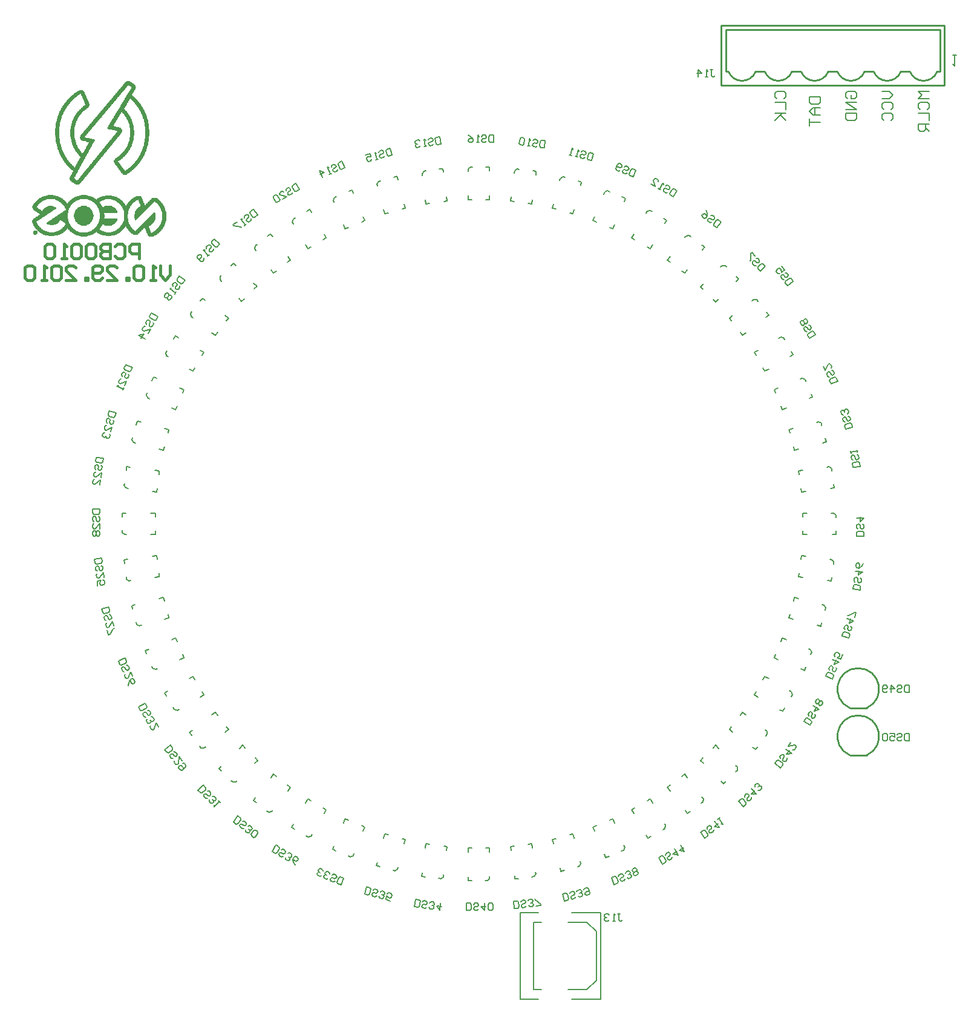
<source format=gbo>
%FSLAX23Y23*%
%MOIN*%
G70*
G01*
G75*
G04 Layer_Color=32896*
%ADD10C,0.150*%
%ADD11R,0.050X0.055*%
%ADD12R,0.410X0.425*%
%ADD13R,0.085X0.036*%
%ADD14R,0.100X0.100*%
%ADD15R,0.041X0.010*%
%ADD16R,0.010X0.041*%
%ADD17R,0.118X0.118*%
%ADD18R,0.022X0.057*%
%ADD19R,0.022X0.057*%
%ADD20R,0.087X0.024*%
%ADD21R,0.087X0.024*%
%ADD22R,0.063X0.012*%
%ADD23R,0.012X0.063*%
%ADD24R,0.217X0.079*%
%ADD25R,0.037X0.035*%
%ADD26R,0.037X0.035*%
%ADD27R,0.012X0.063*%
%ADD28R,0.050X0.110*%
%ADD29R,0.102X0.094*%
%ADD30R,0.217X0.280*%
%ADD31R,0.039X0.063*%
%ADD32R,0.089X0.024*%
%ADD33R,0.035X0.049*%
%ADD34R,0.065X0.055*%
%ADD35R,0.024X0.087*%
%ADD36R,0.024X0.087*%
%ADD37R,0.100X0.100*%
%ADD38R,0.059X0.051*%
%ADD39R,0.110X0.115*%
%ADD40R,0.079X0.126*%
%ADD41R,0.079X0.126*%
%ADD42R,0.140X0.060*%
%ADD43R,0.330X0.420*%
%ADD44R,0.081X0.024*%
%ADD45R,0.049X0.035*%
%ADD46R,0.055X0.050*%
%ADD47R,0.055X0.065*%
%ADD48C,0.050*%
%ADD49R,0.160X0.080*%
%ADD50R,0.450X0.450*%
%ADD51C,0.035*%
%ADD52C,0.020*%
%ADD53C,0.010*%
%ADD54C,0.100*%
%ADD55C,0.075*%
%ADD56C,0.050*%
%ADD57C,0.025*%
%ADD58C,0.040*%
%ADD59C,0.030*%
%ADD60C,0.015*%
%ADD61C,0.070*%
%ADD62C,0.100*%
%ADD63C,0.065*%
%ADD64R,0.065X0.065*%
%ADD65C,0.150*%
%ADD66C,0.169*%
%ADD67C,0.390*%
%ADD68C,0.200*%
%ADD69C,0.150*%
%ADD70C,0.250*%
%ADD71C,0.125*%
%ADD72C,0.024*%
%ADD73C,0.025*%
%ADD74C,0.040*%
%ADD75C,0.008*%
%ADD76C,0.085*%
%ADD77C,0.102*%
%ADD78C,0.080*%
%ADD79C,0.131*%
%ADD80C,0.209*%
%ADD81C,0.430*%
%ADD82C,0.165*%
%ADD83C,0.290*%
%ADD84C,0.052*%
%ADD85C,0.055*%
%ADD86C,0.064*%
G04:AMPARAMS|DCode=87|XSize=43mil|YSize=59mil|CornerRadius=0mil|HoleSize=0mil|Usage=FLASHONLY|Rotation=240.000|XOffset=0mil|YOffset=0mil|HoleType=Round|Shape=Rectangle|*
%AMROTATEDRECTD87*
4,1,4,-0.015,0.034,0.036,0.004,0.015,-0.034,-0.036,-0.004,-0.015,0.034,0.0*
%
%ADD87ROTATEDRECTD87*%

G04:AMPARAMS|DCode=88|XSize=43mil|YSize=59mil|CornerRadius=0mil|HoleSize=0mil|Usage=FLASHONLY|Rotation=255.000|XOffset=0mil|YOffset=0mil|HoleType=Round|Shape=Rectangle|*
%AMROTATEDRECTD88*
4,1,4,-0.023,0.029,0.034,0.013,0.023,-0.029,-0.034,-0.013,-0.023,0.029,0.0*
%
%ADD88ROTATEDRECTD88*%

G04:AMPARAMS|DCode=89|XSize=43mil|YSize=59mil|CornerRadius=0mil|HoleSize=0mil|Usage=FLASHONLY|Rotation=210.000|XOffset=0mil|YOffset=0mil|HoleType=Round|Shape=Rectangle|*
%AMROTATEDRECTD89*
4,1,4,0.004,0.036,0.034,-0.015,-0.004,-0.036,-0.034,0.015,0.004,0.036,0.0*
%
%ADD89ROTATEDRECTD89*%

G04:AMPARAMS|DCode=90|XSize=43mil|YSize=59mil|CornerRadius=0mil|HoleSize=0mil|Usage=FLASHONLY|Rotation=225.000|XOffset=0mil|YOffset=0mil|HoleType=Round|Shape=Rectangle|*
%AMROTATEDRECTD90*
4,1,4,-0.006,0.036,0.036,-0.006,0.006,-0.036,-0.036,0.006,-0.006,0.036,0.0*
%
%ADD90ROTATEDRECTD90*%

%ADD91R,0.043X0.059*%
G04:AMPARAMS|DCode=92|XSize=43mil|YSize=59mil|CornerRadius=0mil|HoleSize=0mil|Usage=FLASHONLY|Rotation=195.000|XOffset=0mil|YOffset=0mil|HoleType=Round|Shape=Rectangle|*
%AMROTATEDRECTD92*
4,1,4,0.013,0.034,0.029,-0.023,-0.013,-0.034,-0.029,0.023,0.013,0.034,0.0*
%
%ADD92ROTATEDRECTD92*%

G04:AMPARAMS|DCode=93|XSize=43mil|YSize=59mil|CornerRadius=0mil|HoleSize=0mil|Usage=FLASHONLY|Rotation=150.000|XOffset=0mil|YOffset=0mil|HoleType=Round|Shape=Rectangle|*
%AMROTATEDRECTD93*
4,1,4,0.034,0.015,0.004,-0.036,-0.034,-0.015,-0.004,0.036,0.034,0.015,0.0*
%
%ADD93ROTATEDRECTD93*%

G04:AMPARAMS|DCode=94|XSize=43mil|YSize=59mil|CornerRadius=0mil|HoleSize=0mil|Usage=FLASHONLY|Rotation=165.000|XOffset=0mil|YOffset=0mil|HoleType=Round|Shape=Rectangle|*
%AMROTATEDRECTD94*
4,1,4,0.029,0.023,0.013,-0.034,-0.029,-0.023,-0.013,0.034,0.029,0.023,0.0*
%
%ADD94ROTATEDRECTD94*%

G04:AMPARAMS|DCode=95|XSize=43mil|YSize=59mil|CornerRadius=0mil|HoleSize=0mil|Usage=FLASHONLY|Rotation=120.000|XOffset=0mil|YOffset=0mil|HoleType=Round|Shape=Rectangle|*
%AMROTATEDRECTD95*
4,1,4,0.036,-0.004,-0.015,-0.034,-0.036,0.004,0.015,0.034,0.036,-0.004,0.0*
%
%ADD95ROTATEDRECTD95*%

G04:AMPARAMS|DCode=96|XSize=43mil|YSize=59mil|CornerRadius=0mil|HoleSize=0mil|Usage=FLASHONLY|Rotation=135.000|XOffset=0mil|YOffset=0mil|HoleType=Round|Shape=Rectangle|*
%AMROTATEDRECTD96*
4,1,4,0.036,0.006,-0.006,-0.036,-0.036,-0.006,0.006,0.036,0.036,0.006,0.0*
%
%ADD96ROTATEDRECTD96*%

%ADD97R,0.059X0.043*%
G04:AMPARAMS|DCode=98|XSize=43mil|YSize=59mil|CornerRadius=0mil|HoleSize=0mil|Usage=FLASHONLY|Rotation=105.000|XOffset=0mil|YOffset=0mil|HoleType=Round|Shape=Rectangle|*
%AMROTATEDRECTD98*
4,1,4,0.034,-0.013,-0.023,-0.029,-0.034,0.013,0.023,0.029,0.034,-0.013,0.0*
%
%ADD98ROTATEDRECTD98*%

G04:AMPARAMS|DCode=99|XSize=43mil|YSize=59mil|CornerRadius=0mil|HoleSize=0mil|Usage=FLASHONLY|Rotation=262.500|XOffset=0mil|YOffset=0mil|HoleType=Round|Shape=Rectangle|*
%AMROTATEDRECTD99*
4,1,4,-0.026,0.025,0.032,0.018,0.026,-0.025,-0.032,-0.018,-0.026,0.025,0.0*
%
%ADD99ROTATEDRECTD99*%

G04:AMPARAMS|DCode=100|XSize=43mil|YSize=59mil|CornerRadius=0mil|HoleSize=0mil|Usage=FLASHONLY|Rotation=247.500|XOffset=0mil|YOffset=0mil|HoleType=Round|Shape=Rectangle|*
%AMROTATEDRECTD100*
4,1,4,-0.019,0.031,0.036,0.009,0.019,-0.031,-0.036,-0.009,-0.019,0.031,0.0*
%
%ADD100ROTATEDRECTD100*%

G04:AMPARAMS|DCode=101|XSize=43mil|YSize=59mil|CornerRadius=0mil|HoleSize=0mil|Usage=FLASHONLY|Rotation=232.500|XOffset=0mil|YOffset=0mil|HoleType=Round|Shape=Rectangle|*
%AMROTATEDRECTD101*
4,1,4,-0.010,0.035,0.037,-0.001,0.010,-0.035,-0.037,0.001,-0.010,0.035,0.0*
%
%ADD101ROTATEDRECTD101*%

G04:AMPARAMS|DCode=102|XSize=43mil|YSize=59mil|CornerRadius=0mil|HoleSize=0mil|Usage=FLASHONLY|Rotation=217.500|XOffset=0mil|YOffset=0mil|HoleType=Round|Shape=Rectangle|*
%AMROTATEDRECTD102*
4,1,4,-0.001,0.037,0.035,-0.010,0.001,-0.037,-0.035,0.010,-0.001,0.037,0.0*
%
%ADD102ROTATEDRECTD102*%

G04:AMPARAMS|DCode=103|XSize=43mil|YSize=59mil|CornerRadius=0mil|HoleSize=0mil|Usage=FLASHONLY|Rotation=202.500|XOffset=0mil|YOffset=0mil|HoleType=Round|Shape=Rectangle|*
%AMROTATEDRECTD103*
4,1,4,0.009,0.036,0.031,-0.019,-0.009,-0.036,-0.031,0.019,0.009,0.036,0.0*
%
%ADD103ROTATEDRECTD103*%

G04:AMPARAMS|DCode=104|XSize=43mil|YSize=59mil|CornerRadius=0mil|HoleSize=0mil|Usage=FLASHONLY|Rotation=187.500|XOffset=0mil|YOffset=0mil|HoleType=Round|Shape=Rectangle|*
%AMROTATEDRECTD104*
4,1,4,0.018,0.032,0.025,-0.026,-0.018,-0.032,-0.025,0.026,0.018,0.032,0.0*
%
%ADD104ROTATEDRECTD104*%

G04:AMPARAMS|DCode=105|XSize=43mil|YSize=59mil|CornerRadius=0mil|HoleSize=0mil|Usage=FLASHONLY|Rotation=172.500|XOffset=0mil|YOffset=0mil|HoleType=Round|Shape=Rectangle|*
%AMROTATEDRECTD105*
4,1,4,0.025,0.026,0.018,-0.032,-0.025,-0.026,-0.018,0.032,0.025,0.026,0.0*
%
%ADD105ROTATEDRECTD105*%

G04:AMPARAMS|DCode=106|XSize=43mil|YSize=59mil|CornerRadius=0mil|HoleSize=0mil|Usage=FLASHONLY|Rotation=157.500|XOffset=0mil|YOffset=0mil|HoleType=Round|Shape=Rectangle|*
%AMROTATEDRECTD106*
4,1,4,0.031,0.019,0.009,-0.036,-0.031,-0.019,-0.009,0.036,0.031,0.019,0.0*
%
%ADD106ROTATEDRECTD106*%

G04:AMPARAMS|DCode=107|XSize=43mil|YSize=59mil|CornerRadius=0mil|HoleSize=0mil|Usage=FLASHONLY|Rotation=142.500|XOffset=0mil|YOffset=0mil|HoleType=Round|Shape=Rectangle|*
%AMROTATEDRECTD107*
4,1,4,0.035,0.010,-0.001,-0.037,-0.035,-0.010,0.001,0.037,0.035,0.010,0.0*
%
%ADD107ROTATEDRECTD107*%

G04:AMPARAMS|DCode=108|XSize=43mil|YSize=59mil|CornerRadius=0mil|HoleSize=0mil|Usage=FLASHONLY|Rotation=127.500|XOffset=0mil|YOffset=0mil|HoleType=Round|Shape=Rectangle|*
%AMROTATEDRECTD108*
4,1,4,0.037,0.001,-0.010,-0.035,-0.037,-0.001,0.010,0.035,0.037,0.001,0.0*
%
%ADD108ROTATEDRECTD108*%

G04:AMPARAMS|DCode=109|XSize=43mil|YSize=59mil|CornerRadius=0mil|HoleSize=0mil|Usage=FLASHONLY|Rotation=112.500|XOffset=0mil|YOffset=0mil|HoleType=Round|Shape=Rectangle|*
%AMROTATEDRECTD109*
4,1,4,0.036,-0.009,-0.019,-0.031,-0.036,0.009,0.019,0.031,0.036,-0.009,0.0*
%
%ADD109ROTATEDRECTD109*%

G04:AMPARAMS|DCode=110|XSize=43mil|YSize=59mil|CornerRadius=0mil|HoleSize=0mil|Usage=FLASHONLY|Rotation=97.500|XOffset=0mil|YOffset=0mil|HoleType=Round|Shape=Rectangle|*
%AMROTATEDRECTD110*
4,1,4,0.032,-0.018,-0.026,-0.025,-0.032,0.018,0.026,0.025,0.032,-0.018,0.0*
%
%ADD110ROTATEDRECTD110*%

%ADD111C,0.010*%
%ADD112C,0.004*%
%ADD113C,0.008*%
%ADD114C,0.005*%
%ADD115C,0.002*%
%ADD116C,0.002*%
%ADD117C,0.008*%
%ADD118C,0.006*%
%ADD119R,0.058X0.063*%
%ADD120R,0.418X0.433*%
%ADD121R,0.093X0.044*%
%ADD122R,0.108X0.108*%
%ADD123R,0.049X0.018*%
%ADD124R,0.018X0.049*%
%ADD125R,0.126X0.126*%
%ADD126R,0.030X0.065*%
%ADD127R,0.030X0.065*%
%ADD128R,0.095X0.032*%
%ADD129R,0.095X0.032*%
%ADD130R,0.071X0.020*%
%ADD131R,0.020X0.071*%
%ADD132R,0.225X0.087*%
%ADD133R,0.045X0.043*%
%ADD134R,0.045X0.043*%
%ADD135R,0.020X0.071*%
%ADD136R,0.058X0.118*%
%ADD137R,0.110X0.102*%
%ADD138R,0.225X0.288*%
%ADD139R,0.047X0.071*%
%ADD140R,0.097X0.032*%
%ADD141R,0.043X0.057*%
%ADD142R,0.073X0.063*%
%ADD143R,0.032X0.095*%
%ADD144R,0.032X0.095*%
%ADD145R,0.108X0.108*%
%ADD146R,0.067X0.059*%
%ADD147R,0.118X0.123*%
%ADD148R,0.087X0.134*%
%ADD149R,0.087X0.134*%
%ADD150R,0.148X0.068*%
%ADD151R,0.338X0.428*%
%ADD152R,0.089X0.032*%
%ADD153R,0.057X0.043*%
%ADD154R,0.063X0.058*%
%ADD155R,0.063X0.073*%
%ADD156C,0.090*%
%ADD157R,0.168X0.088*%
%ADD158R,0.458X0.458*%
%ADD159C,0.078*%
%ADD160C,0.108*%
%ADD161C,0.073*%
%ADD162R,0.073X0.073*%
%ADD163C,0.158*%
%ADD164C,0.177*%
%ADD165C,0.398*%
%ADD166C,0.208*%
%ADD167C,0.258*%
%ADD168C,0.133*%
%ADD169C,0.006*%
D53*
X2086Y-1015D02*
G03*
X1994Y-1015I-46J105D01*
G01*
X1325Y2490D02*
G03*
X1475Y2490I75J31D01*
G01*
X1525D02*
G03*
X1675Y2490I75J31D01*
G01*
X1725D02*
G03*
X1875Y2490I75J31D01*
G01*
X1925D02*
G03*
X2075Y2490I75J31D01*
G01*
X2125D02*
G03*
X2275Y2490I75J31D01*
G01*
X2325D02*
G03*
X2475Y2490I75J31D01*
G01*
X2086Y-1275D02*
G03*
X1994Y-1275I-46J105D01*
G01*
X1994Y-1015D02*
X2086D01*
X1475Y2490D02*
X1525D01*
X1675D02*
X1725D01*
X1875D02*
X1925D01*
X2075D02*
X2125D01*
X2275D02*
X2325D01*
X2475D02*
X2490D01*
Y2720D01*
X1310D02*
X2490D01*
X1310Y2490D02*
Y2720D01*
Y2490D02*
X1325D01*
X1285Y2415D02*
X2515D01*
X1285D02*
Y2745D01*
X2515D01*
Y2415D02*
Y2745D01*
X1994Y-1275D02*
X2086D01*
D60*
X-1753Y1423D02*
Y1370D01*
X-1780Y1343D01*
X-1806Y1370D01*
Y1423D01*
X-1833Y1343D02*
X-1860D01*
X-1846D01*
Y1423D01*
X-1833Y1410D01*
X-1900D02*
X-1913Y1423D01*
X-1940D01*
X-1953Y1410D01*
Y1356D01*
X-1940Y1343D01*
X-1913D01*
X-1900Y1356D01*
Y1410D01*
X-1980Y1343D02*
Y1356D01*
X-1993D01*
Y1343D01*
X-1980D01*
X-2100D02*
X-2046D01*
X-2100Y1396D01*
Y1410D01*
X-2086Y1423D01*
X-2060D01*
X-2046Y1410D01*
X-2126Y1356D02*
X-2140Y1343D01*
X-2166D01*
X-2180Y1356D01*
Y1410D01*
X-2166Y1423D01*
X-2140D01*
X-2126Y1410D01*
Y1396D01*
X-2140Y1383D01*
X-2180D01*
X-2206Y1343D02*
Y1356D01*
X-2220D01*
Y1343D01*
X-2206D01*
X-2326D02*
X-2273D01*
X-2326Y1396D01*
Y1410D01*
X-2313Y1423D01*
X-2286D01*
X-2273Y1410D01*
X-2353D02*
X-2366Y1423D01*
X-2393D01*
X-2406Y1410D01*
Y1356D01*
X-2393Y1343D01*
X-2366D01*
X-2353Y1356D01*
Y1410D01*
X-2433Y1343D02*
X-2459D01*
X-2446D01*
Y1423D01*
X-2433Y1410D01*
X-2499D02*
X-2513Y1423D01*
X-2539D01*
X-2553Y1410D01*
Y1356D01*
X-2539Y1343D01*
X-2513D01*
X-2499Y1356D01*
Y1410D01*
X-1923Y1462D02*
Y1542D01*
X-1963D01*
X-1976Y1529D01*
Y1502D01*
X-1963Y1489D01*
X-1923D01*
X-2056Y1529D02*
X-2043Y1542D01*
X-2016D01*
X-2003Y1529D01*
Y1475D01*
X-2016Y1462D01*
X-2043D01*
X-2056Y1475D01*
X-2083Y1542D02*
Y1462D01*
X-2123D01*
X-2136Y1475D01*
Y1489D01*
X-2123Y1502D01*
X-2083D01*
X-2123D01*
X-2136Y1515D01*
Y1529D01*
X-2123Y1542D01*
X-2083D01*
X-2163Y1529D02*
X-2176Y1542D01*
X-2203D01*
X-2216Y1529D01*
Y1475D01*
X-2203Y1462D01*
X-2176D01*
X-2163Y1475D01*
Y1529D01*
X-2243D02*
X-2256Y1542D01*
X-2283D01*
X-2296Y1529D01*
Y1475D01*
X-2283Y1462D01*
X-2256D01*
X-2243Y1475D01*
Y1529D01*
X-2323Y1462D02*
X-2350D01*
X-2336D01*
Y1542D01*
X-2323Y1529D01*
X-2390D02*
X-2403Y1542D01*
X-2430D01*
X-2443Y1529D01*
Y1475D01*
X-2430Y1462D01*
X-2403D01*
X-2390Y1475D01*
Y1529D01*
D75*
X440Y-2566D02*
X544D01*
X440Y-2194D02*
X544D01*
X251Y-2566D02*
X293D01*
X251Y-2194D02*
X293D01*
X460Y-2617D02*
X622D01*
X178D02*
X277D01*
X178Y-2143D02*
X277D01*
X460D02*
X622D01*
X544Y-2194D02*
X596Y-2246D01*
X2430Y2380D02*
X2370D01*
X2390Y2360D01*
X2370Y2340D01*
X2430D01*
X2380Y2280D02*
X2370Y2290D01*
Y2310D01*
X2380Y2320D01*
X2420D01*
X2430Y2310D01*
Y2290D01*
X2420Y2280D01*
X2370Y2260D02*
X2430D01*
Y2220D01*
Y2200D02*
X2370D01*
Y2170D01*
X2380Y2160D01*
X2400D01*
X2410Y2170D01*
Y2200D01*
Y2180D02*
X2430Y2160D01*
X2170Y2380D02*
X2210D01*
X2230Y2360D01*
X2210Y2340D01*
X2170D01*
X2180Y2280D02*
X2170Y2290D01*
Y2310D01*
X2180Y2320D01*
X2220D01*
X2230Y2310D01*
Y2290D01*
X2220Y2280D01*
X2180Y2220D02*
X2170Y2230D01*
Y2250D01*
X2180Y2260D01*
X2220D01*
X2230Y2250D01*
Y2230D01*
X2220Y2220D01*
X1980Y2340D02*
X1970Y2350D01*
Y2370D01*
X1980Y2380D01*
X2020D01*
X2030Y2370D01*
Y2350D01*
X2020Y2340D01*
X2000D01*
Y2360D01*
X2030Y2320D02*
X1970D01*
X2030Y2280D01*
X1970D01*
Y2260D02*
X2030D01*
Y2230D01*
X2020Y2220D01*
X1980D01*
X1970Y2230D01*
Y2260D01*
X1770Y2350D02*
X1830D01*
Y2320D01*
X1820Y2310D01*
X1780D01*
X1770Y2320D01*
Y2350D01*
X1830Y2290D02*
X1790D01*
X1770Y2270D01*
X1790Y2250D01*
X1830D01*
X1800D01*
Y2290D01*
X1770Y2230D02*
Y2190D01*
Y2210D01*
X1830D01*
X1590Y2340D02*
X1580Y2350D01*
Y2370D01*
X1590Y2380D01*
X1630D01*
X1640Y2370D01*
Y2350D01*
X1630Y2340D01*
X1580Y2320D02*
X1640D01*
Y2280D01*
X1580Y2260D02*
X1640D01*
X1620D01*
X1580Y2220D01*
X1610Y2250D01*
X1640Y2220D01*
X2560Y2580D02*
X2580D01*
X2570D01*
Y2520D01*
X2560Y2530D01*
D116*
X-1865Y1584D02*
X-1849D01*
X-2245Y1586D02*
X-2213D01*
X-1869D02*
X-1845D01*
X-2421Y1588D02*
X-2391D01*
X-2255D02*
X-2205D01*
X-2107D02*
X-2079D01*
X-1871D02*
X-1841D01*
X-2433Y1590D02*
X-2381D01*
X-2261D02*
X-2197D01*
X-2119D02*
X-2067D01*
X-1873D02*
X-1837D01*
X-2441Y1592D02*
X-2373D01*
X-2269D02*
X-2191D01*
X-2127D02*
X-2059D01*
X-1875D02*
X-1833D01*
X-2447Y1594D02*
X-2365D01*
X-2273D02*
X-2185D01*
X-2133D02*
X-2053D01*
X-1953D02*
X-1937D01*
X-1875D02*
X-1831D01*
X-2501Y1596D02*
X-2491D01*
X-2451D02*
X-2361D01*
X-2277D02*
X-2181D01*
X-2137D02*
X-2049D01*
X-1957D02*
X-1933D01*
X-1877D02*
X-1827D01*
X-2505Y1598D02*
X-2489D01*
X-2455D02*
X-2357D01*
X-2281D02*
X-2177D01*
X-2141D02*
X-2045D01*
X-1959D02*
X-1931D01*
X-1877D02*
X-1825D01*
X-2507Y1600D02*
X-2499D01*
X-2493D02*
X-2487D01*
X-2459D02*
X-2353D01*
X-2285D02*
X-2175D01*
X-2145D02*
X-2041D01*
X-1963D02*
X-1929D01*
X-1877D02*
X-1823D01*
X-2507Y1602D02*
X-2503D01*
X-2501D02*
X-2487D01*
X-2461D02*
X-2349D01*
X-2287D02*
X-2171D01*
X-2149D02*
X-2039D01*
X-1965D02*
X-1927D01*
X-1879D02*
X-1819D01*
X-2507Y1604D02*
X-2503D01*
X-2501D02*
X-2491D01*
X-2489D02*
X-2485D01*
X-2465D02*
X-2347D01*
X-2291D02*
X-2167D01*
X-2151D02*
X-2035D01*
X-1967D02*
X-1925D01*
X-1879D02*
X-1859D01*
X-1851D02*
X-1817D01*
X-2507Y1606D02*
X-2505D01*
X-2501D02*
X-2491D01*
X-2489D02*
X-2485D01*
X-2469D02*
X-2343D01*
X-2293D02*
X-2245D01*
X-2213D02*
X-2165D01*
X-2155D02*
X-2031D01*
X-1969D02*
X-1923D01*
X-1881D02*
X-1859D01*
X-1849D02*
X-1815D01*
X-2507Y1608D02*
X-2503D01*
X-2501D02*
X-2491D01*
X-2489D02*
X-2485D01*
X-2471D02*
X-2423D01*
X-2389D02*
X-2341D01*
X-2295D02*
X-2255D01*
X-2205D02*
X-2163D01*
X-2157D02*
X-2109D01*
X-2077D02*
X-2029D01*
X-1971D02*
X-1921D01*
X-1881D02*
X-1861D01*
X-1845D02*
X-1813D01*
X-2507Y1610D02*
X-2487D01*
X-2473D02*
X-2433D01*
X-2379D02*
X-2339D01*
X-2299D02*
X-2261D01*
X-2197D02*
X-2119D01*
X-2067D02*
X-2027D01*
X-1973D02*
X-1919D01*
X-1883D02*
X-1861D01*
X-1841D02*
X-1811D01*
X-2505Y1612D02*
X-2487D01*
X-2475D02*
X-2439D01*
X-2373D02*
X-2335D01*
X-2301D02*
X-2265D01*
X-2193D02*
X-2125D01*
X-2061D02*
X-2025D01*
X-1975D02*
X-1917D01*
X-1883D02*
X-1861D01*
X-1839D02*
X-1809D01*
X-2503Y1614D02*
X-2489D01*
X-2479D02*
X-2443D01*
X-2369D02*
X-2333D01*
X-2303D02*
X-2271D01*
X-2187D02*
X-2129D01*
X-2057D02*
X-2023D01*
X-1977D02*
X-1949D01*
X-1943D02*
X-1915D01*
X-1883D02*
X-1863D01*
X-1835D02*
X-1807D01*
X-2501Y1616D02*
X-2491D01*
X-2481D02*
X-2447D01*
X-2365D02*
X-2331D01*
X-2305D02*
X-2273D01*
X-2185D02*
X-2133D01*
X-2053D02*
X-2021D01*
X-1979D02*
X-1951D01*
X-1941D02*
X-1913D01*
X-1885D02*
X-1863D01*
X-1833D02*
X-1805D01*
X-2483Y1618D02*
X-2451D01*
X-2361D02*
X-2329D01*
X-2307D02*
X-2277D01*
X-2181D02*
X-2137D01*
X-2049D02*
X-2019D01*
X-1981D02*
X-1953D01*
X-1939D02*
X-1911D01*
X-1885D02*
X-1865D01*
X-1831D02*
X-1803D01*
X-2485Y1620D02*
X-2455D01*
X-2357D02*
X-2327D01*
X-2309D02*
X-2279D01*
X-2179D02*
X-2141D01*
X-2045D02*
X-2017D01*
X-1983D02*
X-1957D01*
X-1937D02*
X-1909D01*
X-1887D02*
X-1865D01*
X-1829D02*
X-1801D01*
X-2487Y1622D02*
X-2457D01*
X-2355D02*
X-2325D01*
X-2311D02*
X-2283D01*
X-2175D02*
X-2143D01*
X-2043D02*
X-2015D01*
X-1983D02*
X-1959D01*
X-1935D02*
X-1907D01*
X-1887D02*
X-1865D01*
X-1825D02*
X-1801D01*
X-2489Y1624D02*
X-2461D01*
X-2351D02*
X-2323D01*
X-2313D02*
X-2285D01*
X-2173D02*
X-2143D01*
X-2041D02*
X-2013D01*
X-1985D02*
X-1961D01*
X-1933D02*
X-1905D01*
X-1887D02*
X-1867D01*
X-1825D02*
X-1799D01*
X-2491Y1626D02*
X-2463D01*
X-2349D02*
X-2321D01*
X-2315D02*
X-2287D01*
X-2171D02*
X-2143D01*
X-2037D02*
X-2011D01*
X-1987D02*
X-1963D01*
X-1931D02*
X-1903D01*
X-1889D02*
X-1867D01*
X-1823D02*
X-1797D01*
X-2493Y1628D02*
X-2465D01*
X-2347D02*
X-2321D01*
X-2315D02*
X-2289D01*
X-2169D02*
X-2141D01*
X-2035D02*
X-2009D01*
X-1989D02*
X-1963D01*
X-1929D02*
X-1901D01*
X-1889D02*
X-1869D01*
X-1821D02*
X-1795D01*
X-2493Y1630D02*
X-2467D01*
X-2345D02*
X-2319D01*
X-2317D02*
X-2291D01*
X-2167D02*
X-2139D01*
X-2033D02*
X-2007D01*
X-1989D02*
X-1965D01*
X-1927D02*
X-1899D01*
X-1891D02*
X-1869D01*
X-1819D02*
X-1795D01*
X-2495Y1632D02*
X-2469D01*
X-2343D02*
X-2293D01*
X-2165D02*
X-2139D01*
X-2031D02*
X-2005D01*
X-1991D02*
X-1967D01*
X-1925D02*
X-1897D01*
X-1891D02*
X-1869D01*
X-1817D02*
X-1793D01*
X-2497Y1634D02*
X-2471D01*
X-2341D02*
X-2295D01*
X-2163D02*
X-2137D01*
X-2029D02*
X-2005D01*
X-1993D02*
X-1969D01*
X-1923D02*
X-1895D01*
X-1891D02*
X-1871D01*
X-1815D02*
X-1793D01*
X-2499Y1636D02*
X-2473D01*
X-2339D02*
X-2297D01*
X-2161D02*
X-2135D01*
X-2027D02*
X-2003D01*
X-1993D02*
X-1971D01*
X-1921D02*
X-1871D01*
X-1813D02*
X-1791D01*
X-2499Y1638D02*
X-2475D01*
X-2337D02*
X-2299D01*
X-2159D02*
X-2135D01*
X-2025D02*
X-2001D01*
X-1995D02*
X-1971D01*
X-1919D02*
X-1873D01*
X-1813D02*
X-1789D01*
X-2501Y1640D02*
X-2477D01*
X-2335D02*
X-2301D01*
X-2157D02*
X-2133D01*
X-2025D02*
X-2001D01*
X-1995D02*
X-1973D01*
X-1917D02*
X-1873D01*
X-1811D02*
X-1789D01*
X-2501Y1642D02*
X-2479D01*
X-2333D02*
X-2301D01*
X-2157D02*
X-2131D01*
X-2023D02*
X-1999D01*
X-1997D02*
X-1975D01*
X-1915D02*
X-1869D01*
X-1809D02*
X-1787D01*
X-2503Y1644D02*
X-2481D01*
X-2333D02*
X-2303D01*
X-2155D02*
X-2131D01*
X-2105D02*
X-2083D01*
X-2021D02*
X-1975D01*
X-1913D02*
X-1865D01*
X-1809D02*
X-1787D01*
X-2505Y1646D02*
X-2481D01*
X-2331D02*
X-2305D01*
X-2243D02*
X-2217D01*
X-2153D02*
X-2129D01*
X-2111D02*
X-2077D01*
X-2019D02*
X-1977D01*
X-1911D02*
X-1861D01*
X-1807D02*
X-1785D01*
X-2505Y1648D02*
X-2483D01*
X-2417D02*
X-2395D01*
X-2329D02*
X-2305D01*
X-2249D02*
X-2211D01*
X-2153D02*
X-2129D01*
X-2115D02*
X-2073D01*
X-2019D02*
X-1977D01*
X-1909D02*
X-1859D01*
X-1807D02*
X-1785D01*
X-2507Y1650D02*
X-2485D01*
X-2423D02*
X-2387D01*
X-2329D02*
X-2307D01*
X-2253D02*
X-2207D01*
X-2151D02*
X-2127D01*
X-2119D02*
X-2069D01*
X-2017D02*
X-1979D01*
X-1907D02*
X-1857D01*
X-1805D02*
X-1785D01*
X-2507Y1652D02*
X-2485D01*
X-2429D02*
X-2383D01*
X-2327D02*
X-2309D01*
X-2255D02*
X-2203D01*
X-2149D02*
X-2127D01*
X-2123D02*
X-2065D01*
X-2015D02*
X-1979D01*
X-1905D02*
X-1855D01*
X-1805D02*
X-1783D01*
X-2509Y1654D02*
X-2487D01*
X-2433D02*
X-2379D01*
X-2327D02*
X-2309D01*
X-2259D02*
X-2201D01*
X-2149D02*
X-2063D01*
X-2015D02*
X-1981D01*
X-1903D02*
X-1853D01*
X-1803D02*
X-1783D01*
X-2509Y1656D02*
X-2487D01*
X-2433D02*
X-2377D01*
X-2329D02*
X-2311D01*
X-2261D02*
X-2197D01*
X-2147D02*
X-2059D01*
X-2013D02*
X-1981D01*
X-1901D02*
X-1851D01*
X-1803D02*
X-1783D01*
X-2509Y1658D02*
X-2489D01*
X-2433D02*
X-2373D01*
X-2331D02*
X-2311D01*
X-2263D02*
X-2195D01*
X-2147D02*
X-2059D01*
X-2013D02*
X-1983D01*
X-1899D02*
X-1849D01*
X-1803D02*
X-1781D01*
X-2511Y1660D02*
X-2489D01*
X-2429D02*
X-2371D01*
X-2335D02*
X-2311D01*
X-2265D02*
X-2193D01*
X-2145D02*
X-2057D01*
X-2011D02*
X-1983D01*
X-1897D02*
X-1847D01*
X-1801D02*
X-1781D01*
X-2511Y1662D02*
X-2491D01*
X-2427D02*
X-2369D01*
X-2337D02*
X-2313D01*
X-2267D02*
X-2191D01*
X-2145D02*
X-2053D01*
X-2011D02*
X-1983D01*
X-1895D02*
X-1845D01*
X-1801D02*
X-1779D01*
X-2511Y1664D02*
X-2491D01*
X-2425D02*
X-2367D01*
X-2341D02*
X-2313D01*
X-2269D02*
X-2189D01*
X-2145D02*
X-2053D01*
X-2009D02*
X-1985D01*
X-1893D02*
X-1845D01*
X-1799D02*
X-1779D01*
X-2511Y1666D02*
X-2491D01*
X-2421D02*
X-2367D01*
X-2343D02*
X-2315D01*
X-2271D02*
X-2189D01*
X-2143D02*
X-2051D01*
X-2009D02*
X-1985D01*
X-1891D02*
X-1843D01*
X-1799D02*
X-1779D01*
X-2511Y1668D02*
X-2489D01*
X-2419D02*
X-2365D01*
X-2347D02*
X-2315D01*
X-2271D02*
X-2187D01*
X-2143D02*
X-2049D01*
X-2009D02*
X-1985D01*
X-1889D02*
X-1843D01*
X-1799D02*
X-1779D01*
X-2511Y1670D02*
X-2485D01*
X-2415D02*
X-2363D01*
X-2349D02*
X-2315D01*
X-2273D02*
X-2185D01*
X-2143D02*
X-2047D01*
X-2007D02*
X-1985D01*
X-1887D02*
X-1841D01*
X-1799D02*
X-1779D01*
X-2511Y1672D02*
X-2483D01*
X-2413D02*
X-2361D01*
X-2353D02*
X-2317D01*
X-2275D02*
X-2185D01*
X-2141D02*
X-2047D01*
X-2007D02*
X-1987D01*
X-1885D02*
X-1839D01*
X-1797D02*
X-1777D01*
X-2509Y1674D02*
X-2479D01*
X-2409D02*
X-2361D01*
X-2355D02*
X-2317D01*
X-2275D02*
X-2183D01*
X-2141D02*
X-2045D01*
X-2007D02*
X-1987D01*
X-1945D02*
X-1943D01*
X-1883D02*
X-1839D01*
X-1797D02*
X-1777D01*
X-2509Y1676D02*
X-2477D01*
X-2407D02*
X-2317D01*
X-2277D02*
X-2183D01*
X-2141D02*
X-2045D01*
X-2007D02*
X-1987D01*
X-1947D02*
X-1941D01*
X-1881D02*
X-1839D01*
X-1797D02*
X-1777D01*
X-2507Y1678D02*
X-2473D01*
X-2403D02*
X-2317D01*
X-2277D02*
X-2181D01*
X-2141D02*
X-2045D01*
X-2005D02*
X-1987D01*
X-1947D02*
X-1939D01*
X-1879D02*
X-1837D01*
X-1797D02*
X-1777D01*
X-2505Y1680D02*
X-2471D01*
X-2401D02*
X-2319D01*
X-2279D02*
X-2181D01*
X-2139D02*
X-2045D01*
X-2005D02*
X-1987D01*
X-1947D02*
X-1937D01*
X-1877D02*
X-1837D01*
X-1797D02*
X-1777D01*
X-2501Y1682D02*
X-2467D01*
X-2397D02*
X-2319D01*
X-2279D02*
X-2179D01*
X-2139D02*
X-2119D01*
X-2005D02*
X-1987D01*
X-1947D02*
X-1935D01*
X-1875D02*
X-1837D01*
X-1795D02*
X-1777D01*
X-2499Y1684D02*
X-2465D01*
X-2395D02*
X-2319D01*
X-2279D02*
X-2179D01*
X-2139D02*
X-2119D01*
X-2005D02*
X-1989D01*
X-1949D02*
X-1933D01*
X-1873D02*
X-1837D01*
X-1795D02*
X-1777D01*
X-2497Y1686D02*
X-2461D01*
X-2391D02*
X-2319D01*
X-2279D02*
X-2179D01*
X-2139D02*
X-2119D01*
X-2005D02*
X-1989D01*
X-1949D02*
X-1931D01*
X-1871D02*
X-1837D01*
X-1795D02*
X-1777D01*
X-2493Y1688D02*
X-2459D01*
X-2389D02*
X-2319D01*
X-2279D02*
X-2179D01*
X-2139D02*
X-2117D01*
X-2005D02*
X-1989D01*
X-1949D02*
X-1929D01*
X-1869D02*
X-1835D01*
X-1795D02*
X-1775D01*
X-2491Y1690D02*
X-2455D01*
X-2385D02*
X-2319D01*
X-2281D02*
X-2179D01*
X-2139D02*
X-2117D01*
X-2005D02*
X-1989D01*
X-1949D02*
X-1927D01*
X-1867D02*
X-1835D01*
X-1795D02*
X-1775D01*
X-2487Y1692D02*
X-2453D01*
X-2383D02*
X-2319D01*
X-2281D02*
X-2179D01*
X-2139D02*
X-2117D01*
X-2005D02*
X-1989D01*
X-1949D02*
X-1925D01*
X-1865D02*
X-1835D01*
X-1795D02*
X-1775D01*
X-2483Y1694D02*
X-2449D01*
X-2379D02*
X-2319D01*
X-2281D02*
X-2179D01*
X-2139D02*
X-2117D01*
X-2005D02*
X-1989D01*
X-1949D02*
X-1923D01*
X-1863D02*
X-1835D01*
X-1795D02*
X-1775D01*
X-2481Y1696D02*
X-2447D01*
X-2377D02*
X-2319D01*
X-2281D02*
X-2177D01*
X-2139D02*
X-2117D01*
X-2005D02*
X-1989D01*
X-1949D02*
X-1921D01*
X-1861D02*
X-1835D01*
X-1795D02*
X-1775D01*
X-2479Y1698D02*
X-2443D01*
X-2373D02*
X-2319D01*
X-2281D02*
X-2177D01*
X-2139D02*
X-2117D01*
X-2005D02*
X-1989D01*
X-1949D02*
X-1919D01*
X-1859D02*
X-1835D01*
X-1795D02*
X-1775D01*
X-2475Y1700D02*
X-2441D01*
X-2371D02*
X-2319D01*
X-2281D02*
X-2177D01*
X-2139D02*
X-2117D01*
X-2005D02*
X-1989D01*
X-1949D02*
X-1917D01*
X-1857D02*
X-1835D01*
X-1795D02*
X-1775D01*
X-2471Y1702D02*
X-2437D01*
X-2367D02*
X-2319D01*
X-2281D02*
X-2179D01*
X-2139D02*
X-2117D01*
X-2005D02*
X-1989D01*
X-1949D02*
X-1915D01*
X-1855D02*
X-1835D01*
X-1795D02*
X-1775D01*
X-2469Y1704D02*
X-2435D01*
X-2365D02*
X-2319D01*
X-2281D02*
X-2179D01*
X-2139D02*
X-2117D01*
X-2005D02*
X-1989D01*
X-1949D02*
X-1913D01*
X-1853D02*
X-1837D01*
X-1795D02*
X-1777D01*
X-2469Y1706D02*
X-2431D01*
X-2361D02*
X-2319D01*
X-2281D02*
X-2179D01*
X-2139D02*
X-2117D01*
X-2005D02*
X-1989D01*
X-1949D02*
X-1911D01*
X-1851D02*
X-1837D01*
X-1795D02*
X-1777D01*
X-2471Y1708D02*
X-2429D01*
X-2359D02*
X-2319D01*
X-2279D02*
X-2179D01*
X-2139D02*
X-2119D01*
X-2005D02*
X-1987D01*
X-1947D02*
X-1909D01*
X-1849D02*
X-1837D01*
X-1795D02*
X-1777D01*
X-2475Y1710D02*
X-2425D01*
X-2355D02*
X-2319D01*
X-2279D02*
X-2179D01*
X-2139D02*
X-2119D01*
X-2005D02*
X-1987D01*
X-1947D02*
X-1907D01*
X-1847D02*
X-1837D01*
X-1797D02*
X-1777D01*
X-2477Y1712D02*
X-2423D01*
X-2353D02*
X-2319D01*
X-2279D02*
X-2179D01*
X-2139D02*
X-2119D01*
X-2005D02*
X-1987D01*
X-1947D02*
X-1905D01*
X-1845D02*
X-1837D01*
X-1797D02*
X-1777D01*
X-2481Y1714D02*
X-2419D01*
X-2349D02*
X-2319D01*
X-2279D02*
X-2181D01*
X-2139D02*
X-2119D01*
X-2005D02*
X-1987D01*
X-1947D02*
X-1903D01*
X-1843D02*
X-1839D01*
X-1797D02*
X-1777D01*
X-2483Y1716D02*
X-2417D01*
X-2347D02*
X-2317D01*
X-2277D02*
X-2181D01*
X-2139D02*
X-2045D01*
X-2005D02*
X-1987D01*
X-1945D02*
X-1901D01*
X-1797D02*
X-1777D01*
X-2485Y1718D02*
X-2413D01*
X-2343D02*
X-2317D01*
X-2277D02*
X-2181D01*
X-2141D02*
X-2045D01*
X-2007D02*
X-1987D01*
X-1945D02*
X-1899D01*
X-1797D02*
X-1777D01*
X-2489Y1720D02*
X-2411D01*
X-2341D02*
X-2317D01*
X-2277D02*
X-2183D01*
X-2141D02*
X-2045D01*
X-2007D02*
X-1985D01*
X-1945D02*
X-1897D01*
X-1797D02*
X-1779D01*
X-2491Y1722D02*
X-2407D01*
X-2337D02*
X-2317D01*
X-2275D02*
X-2183D01*
X-2141D02*
X-2045D01*
X-2007D02*
X-1985D01*
X-1943D02*
X-1895D01*
X-1799D02*
X-1779D01*
X-2495Y1724D02*
X-2461D01*
X-2457D02*
X-2405D01*
X-2335D02*
X-2315D01*
X-2275D02*
X-2185D01*
X-2141D02*
X-2047D01*
X-2007D02*
X-1985D01*
X-1943D02*
X-1893D01*
X-1799D02*
X-1779D01*
X-2497Y1726D02*
X-2463D01*
X-2455D02*
X-2401D01*
X-2331D02*
X-2315D01*
X-2273D02*
X-2185D01*
X-2143D02*
X-2047D01*
X-2007D02*
X-1985D01*
X-1941D02*
X-1891D01*
X-1799D02*
X-1779D01*
X-2501Y1728D02*
X-2467D01*
X-2455D02*
X-2399D01*
X-2329D02*
X-2315D01*
X-2271D02*
X-2187D01*
X-2143D02*
X-2049D01*
X-2009D02*
X-1983D01*
X-1939D02*
X-1889D01*
X-1801D02*
X-1781D01*
X-2503Y1730D02*
X-2469D01*
X-2453D02*
X-2395D01*
X-2327D02*
X-2315D01*
X-2271D02*
X-2189D01*
X-2143D02*
X-2051D01*
X-2009D02*
X-1983D01*
X-1939D02*
X-1887D01*
X-1801D02*
X-1781D01*
X-2505Y1732D02*
X-2473D01*
X-2451D02*
X-2393D01*
X-2325D02*
X-2313D01*
X-2269D02*
X-2191D01*
X-2145D02*
X-2051D01*
X-2009D02*
X-1983D01*
X-1937D02*
X-1885D01*
X-1801D02*
X-1781D01*
X-2507Y1734D02*
X-2475D01*
X-2449D02*
X-2389D01*
X-2327D02*
X-2313D01*
X-2267D02*
X-2191D01*
X-2145D02*
X-2053D01*
X-2011D02*
X-1981D01*
X-1935D02*
X-1883D01*
X-1803D02*
X-1783D01*
X-2507Y1736D02*
X-2477D01*
X-2447D02*
X-2387D01*
X-2327D02*
X-2311D01*
X-2265D02*
X-2193D01*
X-2147D02*
X-2055D01*
X-2011D02*
X-1981D01*
X-1933D02*
X-1881D01*
X-1803D02*
X-1783D01*
X-2509Y1738D02*
X-2481D01*
X-2445D02*
X-2383D01*
X-2329D02*
X-2311D01*
X-2263D02*
X-2195D01*
X-2147D02*
X-2057D01*
X-2013D02*
X-1979D01*
X-1931D02*
X-1879D01*
X-1805D02*
X-1783D01*
X-2509Y1740D02*
X-2483D01*
X-2443D02*
X-2383D01*
X-2329D02*
X-2309D01*
X-2261D02*
X-2197D01*
X-2147D02*
X-2059D01*
X-2013D02*
X-1979D01*
X-1929D02*
X-1877D01*
X-1805D02*
X-1785D01*
X-2509Y1742D02*
X-2487D01*
X-2441D02*
X-2383D01*
X-2331D02*
X-2309D01*
X-2259D02*
X-2201D01*
X-2149D02*
X-2061D01*
X-2015D02*
X-1977D01*
X-1927D02*
X-1875D01*
X-1807D02*
X-1785D01*
X-2511Y1744D02*
X-2489D01*
X-2437D02*
X-2387D01*
X-2331D02*
X-2309D01*
X-2255D02*
X-2203D01*
X-2149D02*
X-2127D01*
X-2123D02*
X-2065D01*
X-2015D02*
X-1977D01*
X-1925D02*
X-1873D01*
X-1807D02*
X-1785D01*
X-2511Y1746D02*
X-2491D01*
X-2435D02*
X-2389D01*
X-2333D02*
X-2307D01*
X-2251D02*
X-2207D01*
X-2151D02*
X-2127D01*
X-2119D02*
X-2067D01*
X-2017D02*
X-1975D01*
X-1921D02*
X-1871D01*
X-1809D02*
X-1787D01*
X-2511Y1748D02*
X-2489D01*
X-2429D02*
X-2395D01*
X-2333D02*
X-2305D01*
X-2247D02*
X-2211D01*
X-2153D02*
X-2129D01*
X-2117D02*
X-2071D01*
X-2017D02*
X-1975D01*
X-1919D02*
X-1869D01*
X-1809D02*
X-1787D01*
X-2509Y1750D02*
X-2487D01*
X-2421D02*
X-2401D01*
X-2335D02*
X-2305D01*
X-2241D02*
X-2217D01*
X-2153D02*
X-2129D01*
X-2111D02*
X-2075D01*
X-2019D02*
X-1997D01*
X-1995D02*
X-1973D01*
X-1915D02*
X-1867D01*
X-1811D02*
X-1789D01*
X-2509Y1752D02*
X-2487D01*
X-2337D02*
X-2303D01*
X-2155D02*
X-2131D01*
X-2103D02*
X-2083D01*
X-2021D02*
X-1999D01*
X-1995D02*
X-1971D01*
X-1915D02*
X-1865D01*
X-1813D02*
X-1789D01*
X-2509Y1754D02*
X-2485D01*
X-2337D02*
X-2301D01*
X-2157D02*
X-2131D01*
X-2023D02*
X-1999D01*
X-1993D02*
X-1971D01*
X-1915D02*
X-1895D01*
X-1891D02*
X-1863D01*
X-1813D02*
X-1791D01*
X-2507Y1756D02*
X-2483D01*
X-2339D02*
X-2301D01*
X-2157D02*
X-2133D01*
X-2023D02*
X-2001D01*
X-1993D02*
X-1969D01*
X-1915D02*
X-1895D01*
X-1889D02*
X-1861D01*
X-1815D02*
X-1793D01*
X-2505Y1758D02*
X-2483D01*
X-2341D02*
X-2299D01*
X-2159D02*
X-2135D01*
X-2025D02*
X-2001D01*
X-1991D02*
X-1967D01*
X-1917D02*
X-1895D01*
X-1887D02*
X-1859D01*
X-1817D02*
X-1793D01*
X-2505Y1760D02*
X-2481D01*
X-2343D02*
X-2297D01*
X-2161D02*
X-2135D01*
X-2027D02*
X-2003D01*
X-1989D02*
X-1965D01*
X-1917D02*
X-1897D01*
X-1885D02*
X-1857D01*
X-1819D02*
X-1795D01*
X-2503Y1762D02*
X-2479D01*
X-2345D02*
X-2295D01*
X-2163D02*
X-2137D01*
X-2029D02*
X-2005D01*
X-1989D02*
X-1965D01*
X-1917D02*
X-1897D01*
X-1883D02*
X-1855D01*
X-1819D02*
X-1795D01*
X-2501Y1764D02*
X-2477D01*
X-2347D02*
X-2321D01*
X-2319D02*
X-2293D01*
X-2165D02*
X-2139D01*
X-2031D02*
X-2005D01*
X-1987D02*
X-1963D01*
X-1919D02*
X-1897D01*
X-1881D02*
X-1853D01*
X-1821D02*
X-1797D01*
X-2501Y1766D02*
X-2475D01*
X-2349D02*
X-2323D01*
X-2317D02*
X-2291D01*
X-2167D02*
X-2139D01*
X-2033D02*
X-2007D01*
X-1985D02*
X-1961D01*
X-1919D02*
X-1899D01*
X-1879D02*
X-1851D01*
X-1823D02*
X-1799D01*
X-2499Y1768D02*
X-2473D01*
X-2351D02*
X-2325D01*
X-2315D02*
X-2289D01*
X-2169D02*
X-2141D01*
X-2035D02*
X-2009D01*
X-1985D02*
X-1959D01*
X-1921D02*
X-1899D01*
X-1877D02*
X-1849D01*
X-1825D02*
X-1801D01*
X-2497Y1770D02*
X-2471D01*
X-2353D02*
X-2325D01*
X-2313D02*
X-2287D01*
X-2171D02*
X-2143D01*
X-2037D02*
X-2011D01*
X-1983D02*
X-1957D01*
X-1921D02*
X-1901D01*
X-1875D02*
X-1847D01*
X-1827D02*
X-1801D01*
X-2495Y1772D02*
X-2467D01*
X-2355D02*
X-2327D01*
X-2311D02*
X-2285D01*
X-2173D02*
X-2145D01*
X-2041D02*
X-2013D01*
X-1981D02*
X-1955D01*
X-1923D02*
X-1901D01*
X-1873D02*
X-1845D01*
X-1831D02*
X-1803D01*
X-2493Y1774D02*
X-2465D01*
X-2359D02*
X-2329D01*
X-2311D02*
X-2281D01*
X-2177D02*
X-2143D01*
X-2043D02*
X-2015D01*
X-1979D02*
X-1951D01*
X-1923D02*
X-1901D01*
X-1871D02*
X-1843D01*
X-1833D02*
X-1805D01*
X-2491Y1776D02*
X-2463D01*
X-2361D02*
X-2331D01*
X-2309D02*
X-2279D01*
X-2179D02*
X-2141D01*
X-2045D02*
X-2015D01*
X-1977D02*
X-1949D01*
X-1923D02*
X-1903D01*
X-1869D02*
X-1841D01*
X-1835D02*
X-1807D01*
X-2489Y1778D02*
X-2459D01*
X-2365D02*
X-2333D01*
X-2307D02*
X-2277D01*
X-2183D02*
X-2137D01*
X-2049D02*
X-2017D01*
X-1975D02*
X-1947D01*
X-1925D02*
X-1903D01*
X-1867D02*
X-1839D01*
X-1837D02*
X-1809D01*
X-2487Y1780D02*
X-2457D01*
X-2367D02*
X-2335D01*
X-2305D02*
X-2273D01*
X-2185D02*
X-2135D01*
X-2053D02*
X-2019D01*
X-1973D02*
X-1943D01*
X-1925D02*
X-1905D01*
X-1865D02*
X-1811D01*
X-2485Y1782D02*
X-2453D01*
X-2371D02*
X-2339D01*
X-2303D02*
X-2269D01*
X-2189D02*
X-2129D01*
X-2057D02*
X-2023D01*
X-1971D02*
X-1941D01*
X-1925D02*
X-1905D01*
X-1863D02*
X-1813D01*
X-2483Y1784D02*
X-2447D01*
X-2375D02*
X-2339D01*
X-2299D02*
X-2263D01*
X-2195D02*
X-2125D01*
X-2061D02*
X-2025D01*
X-1969D02*
X-1937D01*
X-1927D02*
X-1907D01*
X-1861D02*
X-1815D01*
X-2481Y1786D02*
X-2443D01*
X-2381D02*
X-2343D01*
X-2297D02*
X-2259D01*
X-2199D02*
X-2119D01*
X-2067D02*
X-2027D01*
X-1967D02*
X-1933D01*
X-1927D02*
X-1907D01*
X-1859D02*
X-1817D01*
X-2479Y1788D02*
X-2437D01*
X-2385D02*
X-2345D01*
X-2295D02*
X-2253D01*
X-2205D02*
X-2163D01*
X-2157D02*
X-2111D01*
X-2075D02*
X-2029D01*
X-1965D02*
X-1907D01*
X-1857D02*
X-1819D01*
X-2477Y1790D02*
X-2427D01*
X-2395D02*
X-2347D01*
X-2293D02*
X-2243D01*
X-2215D02*
X-2165D01*
X-2155D02*
X-2095D01*
X-2091D02*
X-2033D01*
X-1963D02*
X-1909D01*
X-1855D02*
X-1821D01*
X-2473Y1792D02*
X-2351D01*
X-2289D02*
X-2169D01*
X-2151D02*
X-2035D01*
X-1959D02*
X-1909D01*
X-1853D02*
X-1825D01*
X-2471Y1794D02*
X-2353D01*
X-2287D02*
X-2171D01*
X-2149D02*
X-2039D01*
X-1957D02*
X-1909D01*
X-1851D02*
X-1827D01*
X-2467Y1796D02*
X-2357D01*
X-2283D02*
X-2175D01*
X-2145D02*
X-2041D01*
X-1955D02*
X-1911D01*
X-1847D02*
X-1829D01*
X-2463Y1798D02*
X-2359D01*
X-2281D02*
X-2177D01*
X-2141D02*
X-2045D01*
X-1951D02*
X-1913D01*
X-2459Y1800D02*
X-2365D01*
X-2277D02*
X-2183D01*
X-2137D02*
X-2049D01*
X-1947D02*
X-1913D01*
X-2455Y1802D02*
X-2369D01*
X-2271D02*
X-2187D01*
X-2131D02*
X-2055D01*
X-1943D02*
X-1915D01*
X-2449Y1804D02*
X-2373D01*
X-2267D02*
X-2193D01*
X-2125D02*
X-2061D01*
X-1939D02*
X-1917D01*
X-2445Y1806D02*
X-2379D01*
X-2261D02*
X-2197D01*
X-2121D02*
X-2065D01*
X-1935D02*
X-1921D01*
X-2437Y1808D02*
X-2385D01*
X-2253D02*
X-2205D01*
X-2109D02*
X-2077D01*
X-2425Y1810D02*
X-2399D01*
X-2241D02*
X-2217D01*
X-2273Y1872D02*
X-2255D01*
X-2277Y1874D02*
X-2253D01*
X-2279Y1876D02*
X-2251D01*
X-2283Y1878D02*
X-2249D01*
X-2285Y1880D02*
X-2247D01*
X-2289Y1882D02*
X-2245D01*
X-2291Y1884D02*
X-2243D01*
X-2295Y1886D02*
X-2243D01*
X-2297Y1888D02*
X-2241D01*
X-2299Y1890D02*
X-2265D01*
X-2263D02*
X-2239D01*
X-2301Y1892D02*
X-2269D01*
X-2263D02*
X-2237D01*
X-2303Y1894D02*
X-2271D01*
X-2261D02*
X-2235D01*
X-2303Y1896D02*
X-2273D01*
X-2259D02*
X-2233D01*
X-2305Y1898D02*
X-2277D01*
X-2257D02*
X-2233D01*
X-2305Y1900D02*
X-2279D01*
X-2255D02*
X-2231D01*
X-2305Y1902D02*
X-2283D01*
X-2255D02*
X-2229D01*
X-2305Y1904D02*
X-2285D01*
X-2253D02*
X-2227D01*
X-2305Y1906D02*
X-2283D01*
X-2251D02*
X-2225D01*
X-2305Y1908D02*
X-2283D01*
X-2249D02*
X-2225D01*
X-2303Y1910D02*
X-2281D01*
X-2247D02*
X-2223D01*
X-2303Y1912D02*
X-2281D01*
X-2245D02*
X-2221D01*
X-2301Y1914D02*
X-2279D01*
X-2245D02*
X-2219D01*
X-2301Y1916D02*
X-2277D01*
X-2243D02*
X-2217D01*
X-2299Y1918D02*
X-2277D01*
X-2241D02*
X-2215D01*
X-2299Y1920D02*
X-2275D01*
X-2239D02*
X-2215D01*
X-2297Y1922D02*
X-2275D01*
X-2239D02*
X-2213D01*
X-2297Y1924D02*
X-2273D01*
X-2237D02*
X-2211D01*
X-2295Y1926D02*
X-2273D01*
X-2235D02*
X-2209D01*
X-2011D02*
X-1993D01*
X-2293Y1928D02*
X-2271D01*
X-2233D02*
X-2207D01*
X-2013D02*
X-1991D01*
X-2293Y1930D02*
X-2271D01*
X-2231D02*
X-2207D01*
X-2015D02*
X-1987D01*
X-2291Y1932D02*
X-2269D01*
X-2229D02*
X-2205D01*
X-2017D02*
X-1985D01*
X-2291Y1934D02*
X-2269D01*
X-2229D02*
X-2203D01*
X-2019D02*
X-1981D01*
X-2289Y1936D02*
X-2267D01*
X-2227D02*
X-2201D01*
X-2021D02*
X-1979D01*
X-2289Y1938D02*
X-2265D01*
X-2225D02*
X-2199D01*
X-2021D02*
X-1977D01*
X-2287Y1940D02*
X-2265D01*
X-2223D02*
X-2199D01*
X-2023D02*
X-1975D01*
X-2287Y1942D02*
X-2263D01*
X-2221D02*
X-2197D01*
X-2025D02*
X-1971D01*
X-2285Y1944D02*
X-2263D01*
X-2221D02*
X-2195D01*
X-2027D02*
X-2003D01*
X-1999D02*
X-1969D01*
X-2287Y1946D02*
X-2261D01*
X-2219D02*
X-2193D01*
X-2027D02*
X-2005D01*
X-1997D02*
X-1967D01*
X-2289Y1948D02*
X-2261D01*
X-2217D02*
X-2191D01*
X-2029D02*
X-2007D01*
X-1995D02*
X-1965D01*
X-2293Y1950D02*
X-2259D01*
X-2215D02*
X-2189D01*
X-2031D02*
X-2007D01*
X-1991D02*
X-1963D01*
X-2295Y1952D02*
X-2259D01*
X-2213D02*
X-2189D01*
X-2033D02*
X-2009D01*
X-1989D02*
X-1959D01*
X-2297Y1954D02*
X-2257D01*
X-2211D02*
X-2187D01*
X-2033D02*
X-2011D01*
X-1985D02*
X-1957D01*
X-2299Y1956D02*
X-2257D01*
X-2211D02*
X-2185D01*
X-2035D02*
X-2013D01*
X-1983D02*
X-1955D01*
X-2301Y1958D02*
X-2255D01*
X-2209D02*
X-2183D01*
X-2037D02*
X-2013D01*
X-1981D02*
X-1953D01*
X-2303Y1960D02*
X-2255D01*
X-2207D02*
X-2181D01*
X-2037D02*
X-2015D01*
X-1979D02*
X-1951D01*
X-2305Y1962D02*
X-2253D01*
X-2205D02*
X-2179D01*
X-2039D02*
X-2017D01*
X-1977D02*
X-1949D01*
X-2307Y1964D02*
X-2281D01*
X-2277D02*
X-2253D01*
X-2203D02*
X-2179D01*
X-2041D02*
X-2019D01*
X-1973D02*
X-1947D01*
X-2309Y1966D02*
X-2283D01*
X-2275D02*
X-2251D01*
X-2201D02*
X-2177D01*
X-2043D02*
X-2019D01*
X-1971D02*
X-1945D01*
X-2311Y1968D02*
X-2285D01*
X-2275D02*
X-2251D01*
X-2199D02*
X-2175D01*
X-2043D02*
X-2021D01*
X-1969D02*
X-1943D01*
X-2313Y1970D02*
X-2287D01*
X-2273D02*
X-2249D01*
X-2199D02*
X-2173D01*
X-2045D02*
X-2023D01*
X-1967D02*
X-1941D01*
X-2315Y1972D02*
X-2289D01*
X-2273D02*
X-2247D01*
X-2197D02*
X-2171D01*
X-2047D02*
X-2025D01*
X-1965D02*
X-1939D01*
X-2317Y1974D02*
X-2291D01*
X-2271D02*
X-2247D01*
X-2195D02*
X-2171D01*
X-2049D02*
X-2025D01*
X-1963D02*
X-1937D01*
X-2319Y1976D02*
X-2293D01*
X-2271D02*
X-2245D01*
X-2193D02*
X-2169D01*
X-2049D02*
X-2027D01*
X-1961D02*
X-1935D01*
X-2321Y1978D02*
X-2295D01*
X-2269D02*
X-2245D01*
X-2193D02*
X-2167D01*
X-2051D02*
X-2029D01*
X-1959D02*
X-1933D01*
X-2323Y1980D02*
X-2297D01*
X-2269D02*
X-2243D01*
X-2191D02*
X-2165D01*
X-2053D02*
X-2029D01*
X-1957D02*
X-1931D01*
X-2325Y1982D02*
X-2299D01*
X-2267D02*
X-2243D01*
X-2189D02*
X-2163D01*
X-2055D02*
X-2031D01*
X-1955D02*
X-1931D01*
X-2325Y1984D02*
X-2301D01*
X-2267D02*
X-2241D01*
X-2187D02*
X-2163D01*
X-2055D02*
X-2033D01*
X-1953D02*
X-1929D01*
X-2327Y1986D02*
X-2303D01*
X-2265D02*
X-2241D01*
X-2185D02*
X-2161D01*
X-2057D02*
X-2035D01*
X-1951D02*
X-1927D01*
X-2329Y1988D02*
X-2305D01*
X-2263D02*
X-2239D01*
X-2183D02*
X-2159D01*
X-2059D02*
X-2035D01*
X-1949D02*
X-1925D01*
X-2331Y1990D02*
X-2307D01*
X-2263D02*
X-2239D01*
X-2183D02*
X-2157D01*
X-2059D02*
X-2037D01*
X-1947D02*
X-1925D01*
X-2331Y1992D02*
X-2309D01*
X-2261D02*
X-2237D01*
X-2181D02*
X-2155D01*
X-2059D02*
X-2039D01*
X-1945D02*
X-1923D01*
X-2333Y1994D02*
X-2311D01*
X-2261D02*
X-2235D01*
X-2179D02*
X-2155D01*
X-2061D02*
X-2041D01*
X-1945D02*
X-1921D01*
X-2335Y1996D02*
X-2311D01*
X-2259D02*
X-2235D01*
X-2177D02*
X-2153D01*
X-2061D02*
X-2041D01*
X-1943D02*
X-1919D01*
X-2337Y1998D02*
X-2313D01*
X-2259D02*
X-2233D01*
X-2175D02*
X-2151D01*
X-2061D02*
X-2041D01*
X-1941D02*
X-1919D01*
X-2337Y2000D02*
X-2315D01*
X-2257D02*
X-2233D01*
X-2175D02*
X-2149D01*
X-2061D02*
X-2039D01*
X-1939D02*
X-1917D01*
X-2339Y2002D02*
X-2317D01*
X-2257D02*
X-2231D01*
X-2173D02*
X-2147D01*
X-2061D02*
X-2035D01*
X-1937D02*
X-1915D01*
X-2341Y2004D02*
X-2319D01*
X-2255D02*
X-2231D01*
X-2171D02*
X-2145D01*
X-2059D02*
X-2033D01*
X-1937D02*
X-1915D01*
X-2341Y2006D02*
X-2319D01*
X-2255D02*
X-2229D01*
X-2169D02*
X-2145D01*
X-2059D02*
X-2029D01*
X-1935D02*
X-1913D01*
X-2343Y2008D02*
X-2321D01*
X-2253D02*
X-2229D01*
X-2167D02*
X-2143D01*
X-2057D02*
X-2027D01*
X-1933D02*
X-1911D01*
X-2345Y2010D02*
X-2323D01*
X-2251D02*
X-2227D01*
X-2165D02*
X-2141D01*
X-2055D02*
X-2025D01*
X-1933D02*
X-1911D01*
X-2345Y2012D02*
X-2323D01*
X-2251D02*
X-2225D01*
X-2165D02*
X-2139D01*
X-2053D02*
X-2021D01*
X-1931D02*
X-1909D01*
X-2347Y2014D02*
X-2325D01*
X-2249D02*
X-2225D01*
X-2163D02*
X-2137D01*
X-2051D02*
X-2019D01*
X-1929D02*
X-1907D01*
X-2347Y2016D02*
X-2327D01*
X-2249D02*
X-2223D01*
X-2161D02*
X-2135D01*
X-2047D02*
X-2017D01*
X-1929D02*
X-1907D01*
X-2349Y2018D02*
X-2327D01*
X-2247D02*
X-2223D01*
X-2159D02*
X-2135D01*
X-2045D02*
X-2015D01*
X-1927D02*
X-1905D01*
X-2351Y2020D02*
X-2329D01*
X-2247D02*
X-2221D01*
X-2157D02*
X-2133D01*
X-2041D02*
X-2013D01*
X-1925D02*
X-1905D01*
X-2351Y2022D02*
X-2331D01*
X-2245D02*
X-2221D01*
X-2155D02*
X-2131D01*
X-2039D02*
X-2011D01*
X-1925D02*
X-1903D01*
X-2353Y2024D02*
X-2331D01*
X-2247D02*
X-2219D01*
X-2155D02*
X-2129D01*
X-2035D02*
X-2009D01*
X-1923D02*
X-1903D01*
X-2353Y2026D02*
X-2333D01*
X-2249D02*
X-2219D01*
X-2153D02*
X-2127D01*
X-2033D02*
X-2005D01*
X-1923D02*
X-1901D01*
X-2355Y2028D02*
X-2333D01*
X-2251D02*
X-2217D01*
X-2151D02*
X-2127D01*
X-2031D02*
X-2003D01*
X-1921D02*
X-1899D01*
X-2355Y2030D02*
X-2335D01*
X-2253D02*
X-2215D01*
X-2149D02*
X-2125D01*
X-2029D02*
X-2003D01*
X-1919D02*
X-1899D01*
X-2357Y2032D02*
X-2335D01*
X-2255D02*
X-2215D01*
X-2147D02*
X-2123D01*
X-2027D02*
X-2001D01*
X-1919D02*
X-1897D01*
X-2357Y2034D02*
X-2337D01*
X-2257D02*
X-2213D01*
X-2147D02*
X-2121D01*
X-2025D02*
X-1999D01*
X-1917D02*
X-1897D01*
X-2359Y2036D02*
X-2339D01*
X-2257D02*
X-2213D01*
X-2145D02*
X-2119D01*
X-2023D02*
X-1997D01*
X-1917D02*
X-1897D01*
X-2359Y2038D02*
X-2339D01*
X-2259D02*
X-2211D01*
X-2143D02*
X-2119D01*
X-2021D02*
X-1995D01*
X-1915D02*
X-1895D01*
X-2361Y2040D02*
X-2339D01*
X-2261D02*
X-2237D01*
X-2233D02*
X-2211D01*
X-2141D02*
X-2117D01*
X-2019D02*
X-1993D01*
X-1915D02*
X-1895D01*
X-2361Y2042D02*
X-2341D01*
X-2263D02*
X-2239D01*
X-2231D02*
X-2209D01*
X-2139D02*
X-2115D01*
X-2015D02*
X-1991D01*
X-1913D02*
X-1893D01*
X-2361Y2044D02*
X-2341D01*
X-2265D02*
X-2241D01*
X-2231D02*
X-2209D01*
X-2139D02*
X-2113D01*
X-2015D02*
X-1989D01*
X-1913D02*
X-1893D01*
X-2363Y2046D02*
X-2343D01*
X-2267D02*
X-2243D01*
X-2229D02*
X-2207D01*
X-2137D02*
X-2111D01*
X-2013D02*
X-1989D01*
X-1911D02*
X-1891D01*
X-2363Y2048D02*
X-2343D01*
X-2267D02*
X-2245D01*
X-2229D02*
X-2207D01*
X-2135D02*
X-2109D01*
X-2011D02*
X-1987D01*
X-1911D02*
X-1891D01*
X-2365Y2050D02*
X-2345D01*
X-2269D02*
X-2245D01*
X-2227D02*
X-2205D01*
X-2133D02*
X-2109D01*
X-2009D02*
X-1985D01*
X-1909D02*
X-1889D01*
X-2365Y2052D02*
X-2345D01*
X-2271D02*
X-2247D01*
X-2227D02*
X-2203D01*
X-2131D02*
X-2107D01*
X-2007D02*
X-1985D01*
X-1909D02*
X-1889D01*
X-2367Y2054D02*
X-2347D01*
X-2271D02*
X-2249D01*
X-2225D02*
X-2203D01*
X-2129D02*
X-2105D01*
X-2005D02*
X-1983D01*
X-1909D02*
X-1889D01*
X-2367Y2056D02*
X-2347D01*
X-2273D02*
X-2251D01*
X-2225D02*
X-2201D01*
X-2129D02*
X-2103D01*
X-2003D02*
X-1981D01*
X-1907D02*
X-1887D01*
X-2367Y2058D02*
X-2349D01*
X-2275D02*
X-2253D01*
X-2223D02*
X-2201D01*
X-2127D02*
X-2101D01*
X-2003D02*
X-1981D01*
X-1907D02*
X-1887D01*
X-2369Y2060D02*
X-2349D01*
X-2275D02*
X-2253D01*
X-2221D02*
X-2199D01*
X-2125D02*
X-2099D01*
X-2001D02*
X-1979D01*
X-1905D02*
X-1887D01*
X-2369Y2062D02*
X-2349D01*
X-2277D02*
X-2255D01*
X-2221D02*
X-2199D01*
X-2123D02*
X-2099D01*
X-1999D02*
X-1977D01*
X-1905D02*
X-1885D01*
X-2369Y2064D02*
X-2351D01*
X-2277D02*
X-2257D01*
X-2219D02*
X-2197D01*
X-2123D02*
X-2097D01*
X-1999D02*
X-1977D01*
X-1905D02*
X-1885D01*
X-2371Y2066D02*
X-2351D01*
X-2279D02*
X-2257D01*
X-2219D02*
X-2197D01*
X-2121D02*
X-2095D01*
X-1997D02*
X-1975D01*
X-1903D02*
X-1885D01*
X-2371Y2068D02*
X-2351D01*
X-2279D02*
X-2259D01*
X-2217D02*
X-2195D01*
X-2119D02*
X-2093D01*
X-1995D02*
X-1975D01*
X-1903D02*
X-1883D01*
X-2371Y2070D02*
X-2353D01*
X-2281D02*
X-2261D01*
X-2217D02*
X-2193D01*
X-2117D02*
X-2091D01*
X-1995D02*
X-1973D01*
X-1903D02*
X-1883D01*
X-2373Y2072D02*
X-2353D01*
X-2281D02*
X-2261D01*
X-2215D02*
X-2193D01*
X-2115D02*
X-2091D01*
X-1993D02*
X-1973D01*
X-1901D02*
X-1883D01*
X-2373Y2074D02*
X-2353D01*
X-2283D02*
X-2263D01*
X-2215D02*
X-2191D01*
X-2113D02*
X-2089D01*
X-1993D02*
X-1971D01*
X-1901D02*
X-1881D01*
X-2373Y2076D02*
X-2355D01*
X-2285D02*
X-2263D01*
X-2213D02*
X-2191D01*
X-2113D02*
X-2087D01*
X-1991D02*
X-1971D01*
X-1901D02*
X-1881D01*
X-2373Y2078D02*
X-2355D01*
X-2285D02*
X-2265D01*
X-2211D02*
X-2189D01*
X-2111D02*
X-2085D01*
X-1989D02*
X-1969D01*
X-1899D02*
X-1881D01*
X-2375Y2080D02*
X-2355D01*
X-2285D02*
X-2265D01*
X-2211D02*
X-2189D01*
X-2109D02*
X-2083D01*
X-1989D02*
X-1969D01*
X-1899D02*
X-1879D01*
X-2375Y2082D02*
X-2357D01*
X-2287D02*
X-2267D01*
X-2209D02*
X-2187D01*
X-2107D02*
X-2081D01*
X-1987D02*
X-1967D01*
X-1899D02*
X-1879D01*
X-2375Y2084D02*
X-2357D01*
X-2287D02*
X-2267D01*
X-2209D02*
X-2187D01*
X-2105D02*
X-2081D01*
X-1987D02*
X-1967D01*
X-1897D02*
X-1879D01*
X-2377Y2086D02*
X-2357D01*
X-2289D02*
X-2269D01*
X-2207D02*
X-2185D01*
X-2103D02*
X-2079D01*
X-1987D02*
X-1967D01*
X-1897D02*
X-1879D01*
X-2377Y2088D02*
X-2357D01*
X-2289D02*
X-2269D01*
X-2207D02*
X-2185D01*
X-2103D02*
X-2077D01*
X-1985D02*
X-1965D01*
X-1897D02*
X-1877D01*
X-2377Y2090D02*
X-2359D01*
X-2289D02*
X-2271D01*
X-2205D02*
X-2183D01*
X-2101D02*
X-2075D01*
X-1985D02*
X-1965D01*
X-1897D02*
X-1877D01*
X-2377Y2092D02*
X-2359D01*
X-2291D02*
X-2271D01*
X-2205D02*
X-2183D01*
X-2099D02*
X-2073D01*
X-1983D02*
X-1965D01*
X-1895D02*
X-1877D01*
X-2379Y2094D02*
X-2359D01*
X-2291D02*
X-2271D01*
X-2203D02*
X-2181D01*
X-2097D02*
X-2073D01*
X-1983D02*
X-1963D01*
X-1895D02*
X-1877D01*
X-2379Y2096D02*
X-2359D01*
X-2291D02*
X-2273D01*
X-2203D02*
X-2181D01*
X-2095D02*
X-2071D01*
X-1983D02*
X-1963D01*
X-1895D02*
X-1877D01*
X-2379Y2098D02*
X-2361D01*
X-2293D02*
X-2273D01*
X-2201D02*
X-2179D01*
X-2095D02*
X-2069D01*
X-1981D02*
X-1963D01*
X-1895D02*
X-1875D01*
X-2379Y2100D02*
X-2361D01*
X-2293D02*
X-2273D01*
X-2199D02*
X-2177D01*
X-2093D02*
X-2067D01*
X-1981D02*
X-1961D01*
X-1895D02*
X-1875D01*
X-2379Y2102D02*
X-2361D01*
X-2293D02*
X-2275D01*
X-2199D02*
X-2177D01*
X-2091D02*
X-2065D01*
X-1979D02*
X-1961D01*
X-1893D02*
X-1875D01*
X-2379Y2104D02*
X-2361D01*
X-2295D02*
X-2275D01*
X-2201D02*
X-2175D01*
X-2089D02*
X-2065D01*
X-1979D02*
X-1961D01*
X-1893D02*
X-1875D01*
X-2381Y2106D02*
X-2361D01*
X-2295D02*
X-2275D01*
X-2211D02*
X-2175D01*
X-2087D02*
X-2063D01*
X-1979D02*
X-1959D01*
X-1893D02*
X-1875D01*
X-2381Y2108D02*
X-2361D01*
X-2295D02*
X-2277D01*
X-2217D02*
X-2173D01*
X-2085D02*
X-2061D01*
X-1979D02*
X-1959D01*
X-1893D02*
X-1873D01*
X-2381Y2110D02*
X-2363D01*
X-2295D02*
X-2277D01*
X-2227D02*
X-2173D01*
X-2085D02*
X-2059D01*
X-1977D02*
X-1959D01*
X-1893D02*
X-1873D01*
X-2381Y2112D02*
X-2363D01*
X-2297D02*
X-2277D01*
X-2235D02*
X-2169D01*
X-2083D02*
X-2057D01*
X-1977D02*
X-1959D01*
X-1891D02*
X-1873D01*
X-2381Y2114D02*
X-2363D01*
X-2297D02*
X-2277D01*
X-2239D02*
X-2169D01*
X-2081D02*
X-2055D01*
X-1977D02*
X-1957D01*
X-1891D02*
X-1873D01*
X-2381Y2116D02*
X-2363D01*
X-2297D02*
X-2279D01*
X-2243D02*
X-2171D01*
X-2079D02*
X-2055D01*
X-1977D02*
X-1957D01*
X-1891D02*
X-1873D01*
X-2383Y2118D02*
X-2363D01*
X-2297D02*
X-2279D01*
X-2245D02*
X-2173D01*
X-2077D02*
X-2053D01*
X-1975D02*
X-1957D01*
X-1891D02*
X-1873D01*
X-2383Y2120D02*
X-2363D01*
X-2297D02*
X-2279D01*
X-2245D02*
X-2185D01*
X-2075D02*
X-2051D01*
X-1975D02*
X-1957D01*
X-1891D02*
X-1873D01*
X-2383Y2122D02*
X-2365D01*
X-2299D02*
X-2279D01*
X-2247D02*
X-2191D01*
X-2075D02*
X-2049D01*
X-1975D02*
X-1957D01*
X-1891D02*
X-1871D01*
X-2383Y2124D02*
X-2365D01*
X-2299D02*
X-2279D01*
X-2247D02*
X-2199D01*
X-2073D02*
X-2047D01*
X-1975D02*
X-1957D01*
X-1889D02*
X-1871D01*
X-2383Y2126D02*
X-2365D01*
X-2299D02*
X-2281D01*
X-2249D02*
X-2209D01*
X-2071D02*
X-2047D01*
X-1975D02*
X-1955D01*
X-1889D02*
X-1871D01*
X-2383Y2128D02*
X-2365D01*
X-2299D02*
X-2281D01*
X-2249D02*
X-2219D01*
X-2069D02*
X-2045D01*
X-1975D02*
X-1955D01*
X-1889D02*
X-1871D01*
X-2383Y2130D02*
X-2365D01*
X-2299D02*
X-2281D01*
X-2249D02*
X-2227D01*
X-2069D02*
X-2043D01*
X-1973D02*
X-1955D01*
X-1889D02*
X-1871D01*
X-2383Y2132D02*
X-2365D01*
X-2299D02*
X-2281D01*
X-2249D02*
X-2227D01*
X-2067D02*
X-2041D01*
X-1973D02*
X-1955D01*
X-1889D02*
X-1871D01*
X-2385Y2134D02*
X-2365D01*
X-2299D02*
X-2281D01*
X-2247D02*
X-2225D01*
X-2065D02*
X-2039D01*
X-1973D02*
X-1955D01*
X-1889D02*
X-1871D01*
X-2385Y2136D02*
X-2365D01*
X-2301D02*
X-2281D01*
X-2247D02*
X-2223D01*
X-2063D02*
X-2037D01*
X-1973D02*
X-1955D01*
X-1889D02*
X-1871D01*
X-2383Y2138D02*
X-2365D01*
X-2301D02*
X-2281D01*
X-2247D02*
X-2221D01*
X-2061D02*
X-2037D01*
X-1973D02*
X-1955D01*
X-1889D02*
X-1869D01*
X-2385Y2140D02*
X-2367D01*
X-2301D02*
X-2281D01*
X-2245D02*
X-2219D01*
X-2059D02*
X-2035D01*
X-1973D02*
X-1955D01*
X-1889D02*
X-1869D01*
X-2385Y2142D02*
X-2367D01*
X-2301D02*
X-2283D01*
X-2243D02*
X-2217D01*
X-2059D02*
X-2033D01*
X-1973D02*
X-1953D01*
X-1889D02*
X-1869D01*
X-2385Y2144D02*
X-2367D01*
X-2301D02*
X-2283D01*
X-2241D02*
X-2215D01*
X-2057D02*
X-2031D01*
X-1973D02*
X-1953D01*
X-1889D02*
X-1869D01*
X-2385Y2146D02*
X-2367D01*
X-2301D02*
X-2283D01*
X-2241D02*
X-2215D01*
X-2055D02*
X-2029D01*
X-1973D02*
X-1953D01*
X-1889D02*
X-1871D01*
X-2385Y2148D02*
X-2367D01*
X-2301D02*
X-2283D01*
X-2239D02*
X-2213D01*
X-2053D02*
X-2029D01*
X-1973D02*
X-1953D01*
X-1889D02*
X-1869D01*
X-2385Y2150D02*
X-2367D01*
X-2301D02*
X-2283D01*
X-2237D02*
X-2211D01*
X-2051D02*
X-2027D01*
X-1971D02*
X-1953D01*
X-1889D02*
X-1869D01*
X-2385Y2152D02*
X-2367D01*
X-2301D02*
X-2283D01*
X-2235D02*
X-2209D01*
X-2051D02*
X-2025D01*
X-1971D02*
X-1953D01*
X-1889D02*
X-1869D01*
X-2385Y2154D02*
X-2367D01*
X-2301D02*
X-2283D01*
X-2233D02*
X-2209D01*
X-2049D02*
X-2023D01*
X-1971D02*
X-1953D01*
X-1889D02*
X-1869D01*
X-2385Y2156D02*
X-2367D01*
X-2301D02*
X-2283D01*
X-2231D02*
X-2207D01*
X-2047D02*
X-2021D01*
X-1973D02*
X-1953D01*
X-1889D02*
X-1869D01*
X-2385Y2158D02*
X-2367D01*
X-2301D02*
X-2283D01*
X-2229D02*
X-2205D01*
X-2045D02*
X-2021D01*
X-1973D02*
X-1953D01*
X-1889D02*
X-1869D01*
X-2385Y2160D02*
X-2367D01*
X-2301D02*
X-2283D01*
X-2229D02*
X-2203D01*
X-2043D02*
X-2021D01*
X-1971D02*
X-1953D01*
X-1889D02*
X-1869D01*
X-2385Y2162D02*
X-2367D01*
X-2301D02*
X-2283D01*
X-2227D02*
X-2201D01*
X-2041D02*
X-2019D01*
X-1971D02*
X-1953D01*
X-1889D02*
X-1869D01*
X-2385Y2164D02*
X-2367D01*
X-2301D02*
X-2283D01*
X-2225D02*
X-2199D01*
X-2041D02*
X-2019D01*
X-1971D02*
X-1953D01*
X-1889D02*
X-1869D01*
X-2385Y2166D02*
X-2367D01*
X-2301D02*
X-2283D01*
X-2223D02*
X-2197D01*
X-2047D02*
X-2019D01*
X-1973D02*
X-1953D01*
X-1889D02*
X-1869D01*
X-2385Y2168D02*
X-2367D01*
X-2301D02*
X-2283D01*
X-2221D02*
X-2195D01*
X-2055D02*
X-2019D01*
X-1973D02*
X-1953D01*
X-1889D02*
X-1869D01*
X-2385Y2170D02*
X-2367D01*
X-2301D02*
X-2283D01*
X-2219D02*
X-2195D01*
X-2063D02*
X-2019D01*
X-1973D02*
X-1955D01*
X-1889D02*
X-1869D01*
X-2385Y2172D02*
X-2367D01*
X-2301D02*
X-2281D01*
X-2219D02*
X-2193D01*
X-2071D02*
X-2021D01*
X-1973D02*
X-1955D01*
X-1889D02*
X-1869D01*
X-2385Y2174D02*
X-2365D01*
X-2301D02*
X-2281D01*
X-2217D02*
X-2191D01*
X-2081D02*
X-2021D01*
X-1973D02*
X-1955D01*
X-1889D02*
X-1871D01*
X-2385Y2176D02*
X-2365D01*
X-2299D02*
X-2281D01*
X-2215D02*
X-2189D01*
X-2091D02*
X-2023D01*
X-1973D02*
X-1955D01*
X-1889D02*
X-1871D01*
X-2385Y2178D02*
X-2365D01*
X-2299D02*
X-2281D01*
X-2213D02*
X-2187D01*
X-2097D02*
X-2025D01*
X-1973D02*
X-1955D01*
X-1889D02*
X-1871D01*
X-2383Y2180D02*
X-2365D01*
X-2299D02*
X-2281D01*
X-2211D02*
X-2185D01*
X-2099D02*
X-2027D01*
X-1973D02*
X-1955D01*
X-1889D02*
X-1871D01*
X-2383Y2182D02*
X-2365D01*
X-2299D02*
X-2281D01*
X-2209D02*
X-2185D01*
X-2099D02*
X-2031D01*
X-1973D02*
X-1955D01*
X-1889D02*
X-1871D01*
X-2383Y2184D02*
X-2365D01*
X-2299D02*
X-2281D01*
X-2207D02*
X-2183D01*
X-2097D02*
X-2037D01*
X-1975D02*
X-1955D01*
X-1889D02*
X-1871D01*
X-2383Y2186D02*
X-2365D01*
X-2299D02*
X-2281D01*
X-2207D02*
X-2181D01*
X-2095D02*
X-2045D01*
X-1975D02*
X-1955D01*
X-1889D02*
X-1871D01*
X-2383Y2188D02*
X-2365D01*
X-2299D02*
X-2279D01*
X-2205D02*
X-2179D01*
X-2093D02*
X-2053D01*
X-1975D02*
X-1957D01*
X-1889D02*
X-1871D01*
X-2383Y2190D02*
X-2365D01*
X-2299D02*
X-2279D01*
X-2203D02*
X-2177D01*
X-2093D02*
X-2063D01*
X-1975D02*
X-1957D01*
X-1891D02*
X-1871D01*
X-2383Y2192D02*
X-2363D01*
X-2297D02*
X-2279D01*
X-2201D02*
X-2175D01*
X-2091D02*
X-2069D01*
X-1975D02*
X-1957D01*
X-1891D02*
X-1873D01*
X-2383Y2194D02*
X-2363D01*
X-2297D02*
X-2279D01*
X-2199D02*
X-2173D01*
X-2091D02*
X-2067D01*
X-1975D02*
X-1957D01*
X-1891D02*
X-1873D01*
X-2381Y2196D02*
X-2363D01*
X-2297D02*
X-2279D01*
X-2197D02*
X-2173D01*
X-2089D02*
X-2067D01*
X-1977D02*
X-1957D01*
X-1891D02*
X-1873D01*
X-2381Y2198D02*
X-2363D01*
X-2297D02*
X-2277D01*
X-2197D02*
X-2169D01*
X-2089D02*
X-2065D01*
X-1977D02*
X-1959D01*
X-1891D02*
X-1873D01*
X-2381Y2200D02*
X-2363D01*
X-2297D02*
X-2277D01*
X-2195D02*
X-2169D01*
X-2087D02*
X-2065D01*
X-1977D02*
X-1959D01*
X-1891D02*
X-1873D01*
X-2381Y2202D02*
X-2363D01*
X-2295D02*
X-2277D01*
X-2193D02*
X-2167D01*
X-2085D02*
X-2063D01*
X-1977D02*
X-1959D01*
X-1893D02*
X-1873D01*
X-2381Y2204D02*
X-2363D01*
X-2295D02*
X-2277D01*
X-2191D02*
X-2165D01*
X-2085D02*
X-2061D01*
X-1979D02*
X-1959D01*
X-1893D02*
X-1873D01*
X-2381Y2206D02*
X-2361D01*
X-2295D02*
X-2275D01*
X-2189D02*
X-2165D01*
X-2083D02*
X-2061D01*
X-1979D02*
X-1959D01*
X-1893D02*
X-1875D01*
X-2381Y2208D02*
X-2361D01*
X-2293D02*
X-2275D01*
X-2187D02*
X-2163D01*
X-2083D02*
X-2059D01*
X-1979D02*
X-1961D01*
X-1893D02*
X-1875D01*
X-2379Y2210D02*
X-2361D01*
X-2293D02*
X-2273D01*
X-2187D02*
X-2161D01*
X-2081D02*
X-2059D01*
X-1981D02*
X-1961D01*
X-1893D02*
X-1875D01*
X-2379Y2212D02*
X-2361D01*
X-2293D02*
X-2273D01*
X-2185D02*
X-2159D01*
X-2079D02*
X-2057D01*
X-1981D02*
X-1961D01*
X-1893D02*
X-1875D01*
X-2379Y2214D02*
X-2361D01*
X-2291D02*
X-2273D01*
X-2183D02*
X-2157D01*
X-2079D02*
X-2055D01*
X-1983D02*
X-1963D01*
X-1895D02*
X-1875D01*
X-2379Y2216D02*
X-2359D01*
X-2291D02*
X-2271D01*
X-2181D02*
X-2155D01*
X-2077D02*
X-2055D01*
X-1983D02*
X-1963D01*
X-1895D02*
X-1875D01*
X-2379Y2218D02*
X-2359D01*
X-2291D02*
X-2271D01*
X-2179D02*
X-2153D01*
X-2075D02*
X-2053D01*
X-1983D02*
X-1965D01*
X-1895D02*
X-1877D01*
X-2377Y2220D02*
X-2359D01*
X-2289D02*
X-2271D01*
X-2177D02*
X-2153D01*
X-2075D02*
X-2051D01*
X-1985D02*
X-1965D01*
X-1895D02*
X-1877D01*
X-2377Y2222D02*
X-2359D01*
X-2289D02*
X-2269D01*
X-2175D02*
X-2151D01*
X-2073D02*
X-2051D01*
X-1985D02*
X-1965D01*
X-1897D02*
X-1877D01*
X-2377Y2224D02*
X-2357D01*
X-2289D02*
X-2269D01*
X-2175D02*
X-2149D01*
X-2073D02*
X-2049D01*
X-1987D02*
X-1967D01*
X-1897D02*
X-1877D01*
X-2377Y2226D02*
X-2357D01*
X-2287D02*
X-2267D01*
X-2173D02*
X-2147D01*
X-2071D02*
X-2049D01*
X-1987D02*
X-1967D01*
X-1897D02*
X-1879D01*
X-2375Y2228D02*
X-2357D01*
X-2287D02*
X-2267D01*
X-2171D02*
X-2145D01*
X-2071D02*
X-2047D01*
X-1989D02*
X-1967D01*
X-1897D02*
X-1879D01*
X-2375Y2230D02*
X-2357D01*
X-2285D02*
X-2265D01*
X-2169D02*
X-2143D01*
X-2069D02*
X-2047D01*
X-1989D02*
X-1969D01*
X-1899D02*
X-1879D01*
X-2375Y2232D02*
X-2355D01*
X-2285D02*
X-2265D01*
X-2167D02*
X-2143D01*
X-2067D02*
X-2045D01*
X-1991D02*
X-1969D01*
X-1899D02*
X-1879D01*
X-2373Y2234D02*
X-2355D01*
X-2283D02*
X-2263D01*
X-2165D02*
X-2141D01*
X-2067D02*
X-2043D01*
X-1991D02*
X-1971D01*
X-1899D02*
X-1881D01*
X-2373Y2236D02*
X-2353D01*
X-2283D02*
X-2261D01*
X-2165D02*
X-2139D01*
X-2065D02*
X-2043D01*
X-1993D02*
X-1971D01*
X-1901D02*
X-1881D01*
X-2373Y2238D02*
X-2353D01*
X-2281D02*
X-2261D01*
X-2163D02*
X-2137D01*
X-2063D02*
X-2041D01*
X-1993D02*
X-1973D01*
X-1901D02*
X-1881D01*
X-2373Y2240D02*
X-2353D01*
X-2281D02*
X-2259D01*
X-2161D02*
X-2135D01*
X-2063D02*
X-2039D01*
X-1995D02*
X-1973D01*
X-1901D02*
X-1883D01*
X-2371Y2242D02*
X-2353D01*
X-2279D02*
X-2259D01*
X-2159D02*
X-2133D01*
X-2131D02*
X-2129D01*
X-2061D02*
X-2039D01*
X-1997D02*
X-1975D01*
X-1903D02*
X-1883D01*
X-2371Y2244D02*
X-2351D01*
X-2279D02*
X-2257D01*
X-2157D02*
X-2131D01*
X-2061D02*
X-2037D01*
X-1997D02*
X-1977D01*
X-1903D02*
X-1883D01*
X-2371Y2246D02*
X-2351D01*
X-2277D02*
X-2255D01*
X-2155D02*
X-2131D01*
X-2059D02*
X-2037D01*
X-1999D02*
X-1977D01*
X-1903D02*
X-1885D01*
X-2369Y2248D02*
X-2351D01*
X-2277D02*
X-2255D01*
X-2153D02*
X-2129D01*
X-2059D02*
X-2035D01*
X-2001D02*
X-1979D01*
X-1905D02*
X-1885D01*
X-2369Y2250D02*
X-2349D01*
X-2275D02*
X-2253D01*
X-2153D02*
X-2127D01*
X-2057D02*
X-2035D01*
X-2001D02*
X-1979D01*
X-1905D02*
X-1885D01*
X-2369Y2252D02*
X-2349D01*
X-2273D02*
X-2251D01*
X-2151D02*
X-2125D01*
X-2055D02*
X-2033D01*
X-2003D02*
X-1981D01*
X-1907D02*
X-1887D01*
X-2367Y2254D02*
X-2347D01*
X-2273D02*
X-2249D01*
X-2149D02*
X-2123D01*
X-2055D02*
X-2031D01*
X-2005D02*
X-1981D01*
X-1907D02*
X-1887D01*
X-2367Y2256D02*
X-2347D01*
X-2271D02*
X-2249D01*
X-2147D02*
X-2121D01*
X-2053D02*
X-2031D01*
X-2007D02*
X-1983D01*
X-1907D02*
X-1887D01*
X-2365Y2258D02*
X-2347D01*
X-2269D02*
X-2247D01*
X-2145D02*
X-2119D01*
X-2053D02*
X-2029D01*
X-2007D02*
X-1985D01*
X-1909D02*
X-1889D01*
X-2365Y2260D02*
X-2345D01*
X-2269D02*
X-2245D01*
X-2143D02*
X-2119D01*
X-2051D02*
X-2027D01*
X-2009D02*
X-1987D01*
X-1909D02*
X-1889D01*
X-2365Y2262D02*
X-2343D01*
X-2267D02*
X-2243D01*
X-2143D02*
X-2117D01*
X-2049D02*
X-2027D01*
X-2011D02*
X-1987D01*
X-1911D02*
X-1891D01*
X-2363Y2264D02*
X-2343D01*
X-2265D02*
X-2241D01*
X-2141D02*
X-2115D01*
X-2049D02*
X-2025D01*
X-2013D02*
X-1989D01*
X-1911D02*
X-1891D01*
X-2363Y2266D02*
X-2343D01*
X-2263D02*
X-2241D01*
X-2139D02*
X-2113D01*
X-2047D02*
X-2025D01*
X-2015D02*
X-1991D01*
X-1913D02*
X-1893D01*
X-2361Y2268D02*
X-2341D01*
X-2263D02*
X-2239D01*
X-2137D02*
X-2111D01*
X-2045D02*
X-2023D01*
X-2017D02*
X-1993D01*
X-1913D02*
X-1893D01*
X-2361Y2270D02*
X-2341D01*
X-2261D02*
X-2237D01*
X-2135D02*
X-2111D01*
X-2045D02*
X-2021D01*
X-2019D02*
X-1993D01*
X-1915D02*
X-1895D01*
X-2359Y2272D02*
X-2339D01*
X-2259D02*
X-2235D01*
X-2133D02*
X-2109D01*
X-2043D02*
X-1995D01*
X-1915D02*
X-1895D01*
X-2359Y2274D02*
X-2339D01*
X-2257D02*
X-2233D01*
X-2131D02*
X-2107D01*
X-2043D02*
X-1997D01*
X-1917D02*
X-1895D01*
X-2357Y2276D02*
X-2337D01*
X-2255D02*
X-2231D01*
X-2131D02*
X-2105D01*
X-2041D02*
X-1999D01*
X-1917D02*
X-1897D01*
X-2357Y2278D02*
X-2335D01*
X-2253D02*
X-2227D01*
X-2129D02*
X-2103D01*
X-2039D02*
X-2001D01*
X-1919D02*
X-1897D01*
X-2355Y2280D02*
X-2335D01*
X-2253D02*
X-2225D01*
X-2127D02*
X-2101D01*
X-2039D02*
X-2003D01*
X-1919D02*
X-1899D01*
X-2355Y2282D02*
X-2333D01*
X-2251D02*
X-2223D01*
X-2125D02*
X-2099D01*
X-2037D02*
X-2005D01*
X-1921D02*
X-1899D01*
X-2353Y2284D02*
X-2333D01*
X-2247D02*
X-2221D01*
X-2123D02*
X-2097D01*
X-2037D02*
X-2007D01*
X-1923D02*
X-1901D01*
X-2353Y2286D02*
X-2331D01*
X-2245D02*
X-2217D01*
X-2121D02*
X-2097D01*
X-2035D02*
X-2007D01*
X-1923D02*
X-1903D01*
X-2351Y2288D02*
X-2329D01*
X-2243D02*
X-2215D01*
X-2119D02*
X-2095D01*
X-2033D02*
X-2009D01*
X-1925D02*
X-1903D01*
X-2351Y2290D02*
X-2329D01*
X-2241D02*
X-2213D01*
X-2119D02*
X-2093D01*
X-2033D02*
X-2007D01*
X-1925D02*
X-1905D01*
X-2349Y2292D02*
X-2327D01*
X-2239D02*
X-2209D01*
X-2117D02*
X-2091D01*
X-2031D02*
X-2005D01*
X-1927D02*
X-1905D01*
X-2347Y2294D02*
X-2327D01*
X-2237D02*
X-2207D01*
X-2115D02*
X-2089D01*
X-2029D02*
X-2005D01*
X-1929D02*
X-1907D01*
X-2347Y2296D02*
X-2325D01*
X-2235D02*
X-2205D01*
X-2113D02*
X-2087D01*
X-2029D02*
X-2003D01*
X-1929D02*
X-1907D01*
X-2345Y2298D02*
X-2323D01*
X-2233D02*
X-2203D01*
X-2111D02*
X-2085D01*
X-2027D02*
X-2003D01*
X-1931D02*
X-1909D01*
X-2345Y2300D02*
X-2321D01*
X-2231D02*
X-2201D01*
X-2109D02*
X-2085D01*
X-2027D02*
X-2001D01*
X-1933D02*
X-1911D01*
X-2343Y2302D02*
X-2321D01*
X-2227D02*
X-2201D01*
X-2109D02*
X-2083D01*
X-2025D02*
X-1999D01*
X-1935D02*
X-1911D01*
X-2341Y2304D02*
X-2319D01*
X-2225D02*
X-2199D01*
X-2107D02*
X-2081D01*
X-2025D02*
X-1999D01*
X-1935D02*
X-1913D01*
X-2341Y2306D02*
X-2317D01*
X-2221D02*
X-2199D01*
X-2105D02*
X-2079D01*
X-2023D02*
X-1997D01*
X-1937D02*
X-1915D01*
X-2339Y2308D02*
X-2317D01*
X-2219D02*
X-2199D01*
X-2103D02*
X-2079D01*
X-2021D02*
X-1997D01*
X-1939D02*
X-1915D01*
X-2337Y2310D02*
X-2315D01*
X-2217D02*
X-2199D01*
X-2101D02*
X-2075D01*
X-2021D02*
X-1995D01*
X-1939D02*
X-1917D01*
X-2335Y2312D02*
X-2313D01*
X-2219D02*
X-2199D01*
X-2099D02*
X-2075D01*
X-2019D02*
X-1993D01*
X-1941D02*
X-1919D01*
X-2335Y2314D02*
X-2311D01*
X-2219D02*
X-2199D01*
X-2099D02*
X-2073D01*
X-2019D02*
X-1993D01*
X-1943D02*
X-1919D01*
X-2333Y2316D02*
X-2309D01*
X-2221D02*
X-2201D01*
X-2097D02*
X-2069D01*
X-2017D02*
X-1991D01*
X-1945D02*
X-1921D01*
X-2331Y2318D02*
X-2307D01*
X-2221D02*
X-2201D01*
X-2095D02*
X-2069D01*
X-2015D02*
X-1991D01*
X-1947D02*
X-1923D01*
X-2329Y2320D02*
X-2307D01*
X-2221D02*
X-2201D01*
X-2093D02*
X-2067D01*
X-2015D02*
X-1989D01*
X-1949D02*
X-1925D01*
X-2329Y2322D02*
X-2305D01*
X-2223D02*
X-2203D01*
X-2091D02*
X-2065D01*
X-2013D02*
X-1987D01*
X-1949D02*
X-1927D01*
X-2327Y2324D02*
X-2303D01*
X-2223D02*
X-2203D01*
X-2089D02*
X-2065D01*
X-2013D02*
X-1987D01*
X-1951D02*
X-1927D01*
X-2325Y2326D02*
X-2301D01*
X-2225D02*
X-2205D01*
X-2087D02*
X-2063D01*
X-2011D02*
X-1985D01*
X-1953D02*
X-1929D01*
X-2323Y2328D02*
X-2299D01*
X-2225D02*
X-2205D01*
X-2087D02*
X-2061D01*
X-2009D02*
X-1985D01*
X-1955D02*
X-1931D01*
X-2321Y2330D02*
X-2297D01*
X-2227D02*
X-2207D01*
X-2085D02*
X-2059D01*
X-2009D02*
X-1983D01*
X-1957D02*
X-1933D01*
X-2321Y2332D02*
X-2295D01*
X-2227D02*
X-2207D01*
X-2083D02*
X-2057D01*
X-2007D02*
X-1981D01*
X-1959D02*
X-1935D01*
X-2319Y2334D02*
X-2293D01*
X-2229D02*
X-2209D01*
X-2081D02*
X-2055D01*
X-2005D02*
X-1981D01*
X-1961D02*
X-1937D01*
X-2317Y2336D02*
X-2291D01*
X-2229D02*
X-2209D01*
X-2079D02*
X-2053D01*
X-2005D02*
X-1979D01*
X-1963D02*
X-1937D01*
X-2315Y2338D02*
X-2289D01*
X-2229D02*
X-2209D01*
X-2077D02*
X-2053D01*
X-2003D02*
X-1979D01*
X-1965D02*
X-1939D01*
X-2313Y2340D02*
X-2287D01*
X-2231D02*
X-2211D01*
X-2077D02*
X-2051D01*
X-2003D02*
X-1977D01*
X-1967D02*
X-1941D01*
X-2311Y2342D02*
X-2285D01*
X-2231D02*
X-2211D01*
X-2075D02*
X-2049D01*
X-2001D02*
X-1975D01*
X-1969D02*
X-1943D01*
X-2309Y2344D02*
X-2283D01*
X-2233D02*
X-2213D01*
X-2073D02*
X-2047D01*
X-2001D02*
X-1975D01*
X-1971D02*
X-1945D01*
X-2307Y2346D02*
X-2281D01*
X-2233D02*
X-2213D01*
X-2071D02*
X-2045D01*
X-1999D02*
X-1947D01*
X-2305Y2348D02*
X-2279D01*
X-2235D02*
X-2215D01*
X-2069D02*
X-2045D01*
X-1999D02*
X-1949D01*
X-2303Y2350D02*
X-2277D01*
X-2235D02*
X-2215D01*
X-2067D02*
X-2043D01*
X-1997D02*
X-1951D01*
X-2301Y2352D02*
X-2273D01*
X-2237D02*
X-2217D01*
X-2065D02*
X-2041D01*
X-1995D02*
X-1953D01*
X-2299Y2354D02*
X-2271D01*
X-2237D02*
X-2217D01*
X-2065D02*
X-2039D01*
X-1995D02*
X-1955D01*
X-2297Y2356D02*
X-2269D01*
X-2237D02*
X-2219D01*
X-2063D02*
X-2037D01*
X-1993D02*
X-1957D01*
X-2295Y2358D02*
X-2265D01*
X-2239D02*
X-2219D01*
X-2061D02*
X-2035D01*
X-1991D02*
X-1961D01*
X-2293Y2360D02*
X-2263D01*
X-2239D02*
X-2219D01*
X-2059D02*
X-2033D01*
X-1991D02*
X-1963D01*
X-2291Y2362D02*
X-2261D01*
X-2241D02*
X-2221D01*
X-2057D02*
X-2033D01*
X-1989D02*
X-1965D01*
X-2287Y2364D02*
X-2257D01*
X-2241D02*
X-2221D01*
X-2055D02*
X-2031D01*
X-1989D02*
X-1965D01*
X-2285Y2366D02*
X-2255D01*
X-2243D02*
X-2223D01*
X-2055D02*
X-2029D01*
X-1987D02*
X-1965D01*
X-2283Y2368D02*
X-2251D01*
X-2243D02*
X-2223D01*
X-2053D02*
X-2027D01*
X-1985D02*
X-1963D01*
X-2281Y2370D02*
X-2247D01*
X-2245D02*
X-2225D01*
X-2051D02*
X-2025D01*
X-1985D02*
X-1961D01*
X-2277Y2372D02*
X-2225D01*
X-2049D02*
X-2025D01*
X-1983D02*
X-1961D01*
X-2275Y2374D02*
X-2227D01*
X-2047D02*
X-2023D01*
X-1981D02*
X-1959D01*
X-2273Y2376D02*
X-2227D01*
X-2045D02*
X-2021D01*
X-1981D02*
X-1959D01*
X-2269Y2378D02*
X-2227D01*
X-2045D02*
X-2019D01*
X-1979D02*
X-1957D01*
X-2267Y2380D02*
X-2229D01*
X-2043D02*
X-2017D01*
X-1979D02*
X-1955D01*
X-2263Y2382D02*
X-2229D01*
X-2041D02*
X-2015D01*
X-1977D02*
X-1955D01*
X-2259Y2384D02*
X-2231D01*
X-2039D02*
X-2013D01*
X-1975D02*
X-1953D01*
X-2257Y2386D02*
X-2233D01*
X-2037D02*
X-2011D01*
X-1975D02*
X-1953D01*
X-2253Y2388D02*
X-2237D01*
X-2035D02*
X-2009D01*
X-1973D02*
X-1951D01*
X-2035Y2390D02*
X-2009D01*
X-1973D02*
X-1949D01*
X-2033Y2392D02*
X-2007D01*
X-1971D02*
X-1949D01*
X-2031Y2394D02*
X-2005D01*
X-1969D02*
X-1947D01*
X-2029Y2396D02*
X-2003D01*
X-1969D02*
X-1947D01*
X-2027Y2398D02*
X-2001D01*
X-1967D02*
X-1945D01*
X-2025Y2400D02*
X-2001D01*
X-1967D02*
X-1945D01*
X-2023Y2402D02*
X-1999D01*
X-1965D02*
X-1945D01*
X-2023Y2404D02*
X-1997D01*
X-1963D02*
X-1943D01*
X-2021Y2406D02*
X-1995D01*
X-1965D02*
X-1943D01*
X-2019Y2408D02*
X-1993D01*
X-1967D02*
X-1945D01*
X-2017Y2410D02*
X-1991D01*
X-1971D02*
X-1945D01*
X-2015Y2412D02*
X-1991D01*
X-1973D02*
X-1945D01*
X-2013Y2414D02*
X-1989D01*
X-1977D02*
X-1947D01*
X-2011Y2416D02*
X-1987D01*
X-1979D02*
X-1947D01*
X-2011Y2418D02*
X-1985D01*
X-1981D02*
X-1949D01*
X-2009Y2420D02*
X-1951D01*
X-2007Y2422D02*
X-1955D01*
X-2005Y2424D02*
X-1957D01*
X-2003Y2426D02*
X-1959D01*
X-2001Y2428D02*
X-1963D01*
X-2001Y2430D02*
X-1965D01*
X-1999Y2432D02*
X-1967D01*
X-1997Y2434D02*
X-1971D01*
X-1995Y2436D02*
X-1973D01*
X-1991Y2438D02*
X-1977D01*
D117*
X544Y-2566D02*
X596Y-2514D01*
X251Y-2566D02*
Y-2194D01*
X596Y-2514D02*
Y-2246D01*
X178Y-2617D02*
Y-2143D01*
X622Y-2617D02*
Y-2143D01*
D118*
X2321Y-890D02*
Y-930D01*
X2301D01*
X2294Y-923D01*
Y-897D01*
X2301Y-890D01*
X2321D01*
X2254Y-897D02*
X2261Y-890D01*
X2274D01*
X2281Y-897D01*
Y-903D01*
X2274Y-910D01*
X2261D01*
X2254Y-917D01*
Y-923D01*
X2261Y-930D01*
X2274D01*
X2281Y-923D01*
X2221Y-930D02*
Y-890D01*
X2241Y-910D01*
X2214D01*
X2201Y-923D02*
X2194Y-930D01*
X2181D01*
X2174Y-923D01*
Y-897D01*
X2181Y-890D01*
X2194D01*
X2201Y-897D01*
Y-903D01*
X2194Y-910D01*
X2174D01*
X1223Y2500D02*
X1237D01*
X1230D01*
Y2467D01*
X1237Y2460D01*
X1243D01*
X1250Y2467D01*
X1210Y2460D02*
X1197D01*
X1203D01*
Y2500D01*
X1210Y2493D01*
X1157Y2460D02*
Y2500D01*
X1177Y2480D01*
X1150D01*
X1775Y-1110D02*
X1740Y-1090D01*
X1750Y-1073D01*
X1759Y-1070D01*
X1782Y-1084D01*
X1785Y-1093D01*
X1775Y-1110D01*
X1802Y-1049D02*
X1805Y-1058D01*
X1798Y-1070D01*
X1789Y-1072D01*
X1783Y-1069D01*
X1781Y-1060D01*
X1787Y-1048D01*
X1785Y-1039D01*
X1779Y-1036D01*
X1770Y-1038D01*
X1763Y-1050D01*
X1766Y-1059D01*
X1790Y-1003D02*
X1825Y-1023D01*
X1797Y-1031D01*
X1811Y-1008D01*
X1829Y-1003D02*
X1838Y-1000D01*
X1845Y-989D01*
X1842Y-980D01*
X1836Y-976D01*
X1827Y-979D01*
X1825Y-970D01*
X1819Y-966D01*
X1810Y-969D01*
X1803Y-980D01*
X1806Y-989D01*
X1812Y-993D01*
X1821Y-990D01*
X1823Y-999D01*
X1829Y-1003D01*
X1821Y-990D02*
X1827Y-979D01*
X713Y-2148D02*
X727D01*
X720D01*
Y-2181D01*
X727Y-2188D01*
X733D01*
X740Y-2181D01*
X700Y-2188D02*
X687D01*
X693D01*
Y-2148D01*
X700Y-2155D01*
X667D02*
X660Y-2148D01*
X647D01*
X640Y-2155D01*
Y-2161D01*
X647Y-2168D01*
X653D01*
X647D01*
X640Y-2175D01*
Y-2181D01*
X647Y-2188D01*
X660D01*
X667Y-2181D01*
X1989Y-630D02*
X1950Y-620D01*
X1955Y-601D01*
X1963Y-596D01*
X1989Y-603D01*
X1994Y-611D01*
X1989Y-630D01*
X1999Y-564D02*
X2004Y-572D01*
X2001Y-585D01*
X1993Y-590D01*
X1986Y-588D01*
X1981Y-580D01*
X1985Y-567D01*
X1980Y-559D01*
X1974Y-557D01*
X1966Y-562D01*
X1962Y-575D01*
X1967Y-583D01*
X1976Y-523D02*
X2014Y-534D01*
X1990Y-548D01*
X1997Y-522D01*
X2020Y-514D02*
X2027Y-489D01*
X2020Y-487D01*
X1987Y-506D01*
X1981Y-504D01*
X960Y-1875D02*
X940Y-1840D01*
X957Y-1830D01*
X966Y-1832D01*
X980Y-1856D01*
X977Y-1865D01*
X960Y-1875D01*
X1014Y-1836D02*
X1012Y-1845D01*
X1000Y-1851D01*
X991Y-1849D01*
X988Y-1843D01*
X990Y-1834D01*
X1002Y-1827D01*
X1004Y-1818D01*
X1001Y-1812D01*
X992Y-1810D01*
X980Y-1817D01*
X978Y-1826D01*
X1027Y-1790D02*
X1047Y-1825D01*
X1019Y-1817D01*
X1042Y-1804D01*
X1061Y-1770D02*
X1081Y-1805D01*
X1054Y-1797D01*
X1077Y-1784D01*
X1408Y-1558D02*
X1380Y-1530D01*
X1394Y-1516D01*
X1404D01*
X1422Y-1535D01*
Y-1544D01*
X1408Y-1558D01*
X1451Y-1506D02*
Y-1516D01*
X1441Y-1525D01*
X1432D01*
X1427Y-1521D01*
Y-1511D01*
X1437Y-1502D01*
Y-1492D01*
X1432Y-1488D01*
X1422D01*
X1413Y-1497D01*
Y-1506D01*
X1451Y-1459D02*
X1479Y-1488D01*
X1451Y-1488D01*
X1470Y-1469D01*
X1488D02*
X1498D01*
X1507Y-1459D01*
Y-1450D01*
X1503Y-1445D01*
X1493D01*
X1488Y-1450D01*
X1493Y-1445D01*
Y-1436D01*
X1488Y-1431D01*
X1479D01*
X1470Y-1440D01*
Y-1450D01*
X-120Y-2130D02*
Y-2090D01*
X-100D01*
X-93Y-2097D01*
Y-2123D01*
X-100Y-2130D01*
X-120D01*
X-53Y-2123D02*
X-60Y-2130D01*
X-73D01*
X-80Y-2123D01*
Y-2117D01*
X-73Y-2110D01*
X-60D01*
X-53Y-2103D01*
Y-2097D01*
X-60Y-2090D01*
X-73D01*
X-80Y-2097D01*
X-20Y-2090D02*
Y-2130D01*
X-40Y-2110D01*
X-13D01*
X-0Y-2123D02*
X7Y-2130D01*
X20D01*
X27Y-2123D01*
Y-2097D01*
X20Y-2090D01*
X7D01*
X-0Y-2097D01*
Y-2123D01*
X420Y-2079D02*
X410Y-2040D01*
X429Y-2035D01*
X437Y-2040D01*
X444Y-2065D01*
X440Y-2073D01*
X420Y-2079D01*
X483Y-2055D02*
X478Y-2063D01*
X465Y-2067D01*
X457Y-2062D01*
X456Y-2055D01*
X460Y-2047D01*
X473Y-2044D01*
X478Y-2036D01*
X476Y-2029D01*
X468Y-2024D01*
X455Y-2028D01*
X450Y-2036D01*
X496Y-2051D02*
X504Y-2056D01*
X517Y-2053D01*
X522Y-2045D01*
X520Y-2038D01*
X512Y-2033D01*
X505Y-2035D01*
X512Y-2033D01*
X516Y-2025D01*
X515Y-2019D01*
X507Y-2014D01*
X494Y-2018D01*
X489Y-2026D01*
X528Y-2015D02*
X532Y-2007D01*
X545Y-2004D01*
X553Y-2008D01*
X560Y-2034D01*
X556Y-2042D01*
X543Y-2046D01*
X534Y-2041D01*
X533Y-2035D01*
X537Y-2027D01*
X557Y-2021D01*
X-1190Y-1805D02*
X-1170Y-1770D01*
X-1153Y-1780D01*
X-1150Y-1789D01*
X-1164Y-1812D01*
X-1173Y-1815D01*
X-1190Y-1805D01*
X-1129Y-1832D02*
X-1138Y-1835D01*
X-1150Y-1828D01*
X-1152Y-1819D01*
X-1149Y-1813D01*
X-1140Y-1811D01*
X-1128Y-1817D01*
X-1119Y-1815D01*
X-1116Y-1809D01*
X-1118Y-1800D01*
X-1130Y-1793D01*
X-1139Y-1796D01*
X-1117Y-1839D02*
X-1115Y-1848D01*
X-1103Y-1855D01*
X-1094Y-1852D01*
X-1091Y-1846D01*
X-1093Y-1837D01*
X-1099Y-1834D01*
X-1093Y-1837D01*
X-1084Y-1835D01*
X-1081Y-1829D01*
X-1083Y-1820D01*
X-1095Y-1813D01*
X-1104Y-1816D01*
X-1063Y-1878D02*
X-1071Y-1866D01*
X-1076Y-1847D01*
X-1069Y-1836D01*
X-1060Y-1833D01*
X-1049Y-1840D01*
X-1046Y-1849D01*
X-1050Y-1855D01*
X-1059Y-1857D01*
X-1076Y-1847D01*
X-680Y-2039D02*
X-670Y-2000D01*
X-651Y-2005D01*
X-646Y-2013D01*
X-653Y-2039D01*
X-661Y-2044D01*
X-680Y-2039D01*
X-614Y-2049D02*
X-622Y-2054D01*
X-635Y-2051D01*
X-640Y-2043D01*
X-638Y-2036D01*
X-630Y-2031D01*
X-617Y-2035D01*
X-609Y-2030D01*
X-607Y-2024D01*
X-612Y-2016D01*
X-625Y-2012D01*
X-633Y-2017D01*
X-601Y-2053D02*
X-597Y-2061D01*
X-584Y-2064D01*
X-576Y-2060D01*
X-574Y-2053D01*
X-579Y-2045D01*
X-585Y-2043D01*
X-579Y-2045D01*
X-570Y-2040D01*
X-569Y-2034D01*
X-573Y-2026D01*
X-586Y-2022D01*
X-594Y-2027D01*
X-539Y-2077D02*
X-564Y-2070D01*
X-559Y-2050D01*
X-548Y-2060D01*
X-542Y-2062D01*
X-534Y-2057D01*
X-530Y-2044D01*
X-535Y-2036D01*
X-548Y-2033D01*
X-556Y-2037D01*
X-1925Y-1010D02*
X-1890Y-990D01*
X-1880Y-1007D01*
X-1882Y-1016D01*
X-1906Y-1030D01*
X-1915Y-1027D01*
X-1925Y-1010D01*
X-1886Y-1064D02*
X-1895Y-1062D01*
X-1901Y-1050D01*
X-1899Y-1041D01*
X-1893Y-1038D01*
X-1884Y-1040D01*
X-1877Y-1052D01*
X-1868Y-1054D01*
X-1862Y-1051D01*
X-1860Y-1042D01*
X-1867Y-1030D01*
X-1876Y-1028D01*
X-1879Y-1076D02*
X-1881Y-1085D01*
X-1875Y-1097D01*
X-1866Y-1099D01*
X-1860Y-1096D01*
X-1857Y-1087D01*
X-1861Y-1081D01*
X-1857Y-1087D01*
X-1848Y-1089D01*
X-1842Y-1086D01*
X-1840Y-1077D01*
X-1847Y-1065D01*
X-1856Y-1063D01*
X-1817Y-1117D02*
X-1830Y-1094D01*
X-1840Y-1130D01*
X-1846Y-1134D01*
X-1855Y-1131D01*
X-1861Y-1120D01*
X-1859Y-1111D01*
X-1598Y-1468D02*
X-1570Y-1440D01*
X-1556Y-1454D01*
Y-1464D01*
X-1575Y-1482D01*
X-1584D01*
X-1598Y-1468D01*
X-1546Y-1511D02*
X-1556D01*
X-1565Y-1501D01*
Y-1492D01*
X-1561Y-1487D01*
X-1551D01*
X-1542Y-1497D01*
X-1532D01*
X-1528Y-1492D01*
Y-1482D01*
X-1537Y-1473D01*
X-1546D01*
X-1537Y-1520D02*
Y-1530D01*
X-1528Y-1539D01*
X-1518D01*
X-1513Y-1534D01*
Y-1525D01*
X-1518Y-1520D01*
X-1513Y-1525D01*
X-1504D01*
X-1499Y-1520D01*
Y-1511D01*
X-1509Y-1501D01*
X-1518D01*
X-1485Y-1525D02*
X-1476Y-1534D01*
X-1480Y-1530D01*
X-1509Y-1558D01*
Y-1548D01*
X-2180Y80D02*
X-2140D01*
Y60D01*
X-2147Y53D01*
X-2173D01*
X-2180Y60D01*
Y80D01*
X-2173Y13D02*
X-2180Y20D01*
Y33D01*
X-2173Y40D01*
X-2167D01*
X-2160Y33D01*
Y20D01*
X-2153Y13D01*
X-2147D01*
X-2140Y20D01*
Y33D01*
X-2147Y40D01*
X-2140Y-27D02*
Y0D01*
X-2167Y-27D01*
X-2173D01*
X-2180Y-20D01*
Y-7D01*
X-2173Y0D01*
Y-40D02*
X-2180Y-47D01*
Y-60D01*
X-2173Y-67D01*
X-2167D01*
X-2160Y-60D01*
X-2153Y-67D01*
X-2147D01*
X-2140Y-60D01*
Y-47D01*
X-2147Y-40D01*
X-2153D01*
X-2160Y-47D01*
X-2167Y-40D01*
X-2173D01*
X-2160Y-47D02*
Y-60D01*
X-2129Y-470D02*
X-2090Y-460D01*
X-2085Y-479D01*
X-2090Y-487D01*
X-2115Y-494D01*
X-2123Y-490D01*
X-2129Y-470D01*
X-2105Y-533D02*
X-2113Y-528D01*
X-2117Y-515D01*
X-2112Y-507D01*
X-2105Y-506D01*
X-2097Y-510D01*
X-2094Y-523D01*
X-2086Y-528D01*
X-2079Y-526D01*
X-2074Y-518D01*
X-2078Y-505D01*
X-2086Y-500D01*
X-2062Y-563D02*
X-2069Y-537D01*
X-2088Y-570D01*
X-2095Y-572D01*
X-2103Y-567D01*
X-2106Y-554D01*
X-2101Y-546D01*
X-2098Y-586D02*
X-2091Y-612D01*
X-2084Y-610D01*
X-2065Y-578D01*
X-2059Y-576D01*
X-1855Y1160D02*
X-1820Y1140D01*
X-1830Y1123D01*
X-1839Y1120D01*
X-1862Y1134D01*
X-1865Y1143D01*
X-1855Y1160D01*
X-1882Y1099D02*
X-1885Y1108D01*
X-1878Y1120D01*
X-1869Y1122D01*
X-1863Y1119D01*
X-1861Y1110D01*
X-1867Y1098D01*
X-1865Y1089D01*
X-1859Y1086D01*
X-1850Y1088D01*
X-1843Y1100D01*
X-1846Y1109D01*
X-1873Y1048D02*
X-1860Y1071D01*
X-1896Y1061D01*
X-1902Y1064D01*
X-1905Y1073D01*
X-1898Y1085D01*
X-1889Y1087D01*
X-1890Y1019D02*
X-1925Y1039D01*
X-1897Y1046D01*
X-1911Y1023D01*
X-2089Y620D02*
X-2050Y610D01*
X-2055Y591D01*
X-2063Y586D01*
X-2089Y593D01*
X-2094Y601D01*
X-2089Y620D01*
X-2099Y554D02*
X-2104Y562D01*
X-2101Y575D01*
X-2093Y580D01*
X-2086Y578D01*
X-2081Y570D01*
X-2085Y557D01*
X-2080Y549D01*
X-2074Y547D01*
X-2066Y552D01*
X-2062Y565D01*
X-2067Y573D01*
X-2078Y507D02*
X-2071Y533D01*
X-2103Y514D01*
X-2110Y516D01*
X-2114Y524D01*
X-2111Y537D01*
X-2103Y541D01*
X-2113Y503D02*
X-2121Y498D01*
X-2125Y485D01*
X-2120Y477D01*
X-2114Y475D01*
X-2106Y480D01*
X-2104Y486D01*
X-2106Y480D01*
X-2101Y472D01*
X-2094Y470D01*
X-2086Y475D01*
X-2083Y488D01*
X-2087Y496D01*
X-1060Y1875D02*
X-1040Y1840D01*
X-1057Y1830D01*
X-1066Y1832D01*
X-1080Y1856D01*
X-1077Y1865D01*
X-1060Y1875D01*
X-1114Y1836D02*
X-1112Y1845D01*
X-1100Y1851D01*
X-1091Y1849D01*
X-1088Y1843D01*
X-1090Y1834D01*
X-1102Y1827D01*
X-1104Y1818D01*
X-1101Y1812D01*
X-1092Y1810D01*
X-1080Y1817D01*
X-1078Y1826D01*
X-1132Y1787D02*
X-1109Y1800D01*
X-1146Y1810D01*
X-1149Y1816D01*
X-1147Y1825D01*
X-1135Y1831D01*
X-1126Y1829D01*
X-1161Y1809D02*
X-1170Y1811D01*
X-1181Y1805D01*
X-1184Y1796D01*
X-1170Y1772D01*
X-1161Y1770D01*
X-1150Y1777D01*
X-1147Y1786D01*
X-1161Y1809D01*
X-1508Y1568D02*
X-1480Y1540D01*
X-1494Y1526D01*
X-1504D01*
X-1522Y1545D01*
Y1554D01*
X-1508Y1568D01*
X-1551Y1516D02*
Y1526D01*
X-1541Y1535D01*
X-1532D01*
X-1527Y1531D01*
Y1521D01*
X-1537Y1512D01*
Y1502D01*
X-1532Y1498D01*
X-1522D01*
X-1513Y1507D01*
Y1516D01*
X-1537Y1483D02*
X-1546Y1474D01*
X-1541Y1479D01*
X-1570Y1507D01*
X-1560D01*
X-1565Y1465D02*
Y1455D01*
X-1574Y1446D01*
X-1584D01*
X-1603Y1465D01*
Y1474D01*
X-1593Y1483D01*
X-1584D01*
X-1579Y1479D01*
Y1469D01*
X-1593Y1455D01*
X30Y2140D02*
Y2100D01*
X10D01*
X3Y2107D01*
Y2133D01*
X10Y2140D01*
X30D01*
X-37Y2133D02*
X-30Y2140D01*
X-17D01*
X-10Y2133D01*
Y2127D01*
X-17Y2120D01*
X-30D01*
X-37Y2113D01*
Y2107D01*
X-30Y2100D01*
X-17D01*
X-10Y2107D01*
X-50Y2100D02*
X-63D01*
X-57D01*
Y2140D01*
X-50Y2133D01*
X-110Y2140D02*
X-97Y2133D01*
X-83Y2120D01*
Y2107D01*
X-90Y2100D01*
X-103D01*
X-110Y2107D01*
Y2113D01*
X-103Y2120D01*
X-83D01*
X-540Y2069D02*
X-530Y2030D01*
X-549Y2025D01*
X-557Y2030D01*
X-564Y2055D01*
X-560Y2063D01*
X-540Y2069D01*
X-603Y2045D02*
X-598Y2053D01*
X-585Y2057D01*
X-577Y2052D01*
X-576Y2045D01*
X-580Y2037D01*
X-593Y2034D01*
X-598Y2026D01*
X-596Y2019D01*
X-588Y2014D01*
X-575Y2018D01*
X-570Y2026D01*
X-607Y2009D02*
X-620Y2006D01*
X-614Y2008D01*
X-624Y2046D01*
X-616Y2041D01*
X-676Y2032D02*
X-650Y2039D01*
X-645Y2020D01*
X-659Y2023D01*
X-666Y2021D01*
X-670Y2013D01*
X-667Y2000D01*
X-659Y1996D01*
X-646Y1999D01*
X-641Y2007D01*
X1040Y1835D02*
X1020Y1800D01*
X1003Y1810D01*
X1000Y1819D01*
X1014Y1842D01*
X1023Y1845D01*
X1040Y1835D01*
X979Y1862D02*
X988Y1865D01*
X1000Y1858D01*
X1002Y1849D01*
X999Y1843D01*
X990Y1841D01*
X978Y1847D01*
X969Y1845D01*
X966Y1839D01*
X968Y1830D01*
X980Y1823D01*
X989Y1826D01*
X951Y1840D02*
X939Y1847D01*
X945Y1843D01*
X965Y1878D01*
X967Y1869D01*
X899Y1870D02*
X922Y1857D01*
X912Y1893D01*
X915Y1899D01*
X925Y1901D01*
X936Y1895D01*
X939Y1886D01*
X580Y2039D02*
X570Y2000D01*
X551Y2005D01*
X546Y2013D01*
X553Y2039D01*
X561Y2044D01*
X580Y2039D01*
X514Y2049D02*
X522Y2054D01*
X535Y2051D01*
X540Y2043D01*
X538Y2036D01*
X530Y2031D01*
X517Y2035D01*
X509Y2030D01*
X507Y2024D01*
X512Y2016D01*
X525Y2012D01*
X533Y2017D01*
X493Y2021D02*
X480Y2024D01*
X486Y2022D01*
X497Y2061D01*
X501Y2053D01*
X461Y2029D02*
X448Y2033D01*
X454Y2031D01*
X464Y2070D01*
X469Y2062D01*
X1805Y1040D02*
X1770Y1020D01*
X1760Y1037D01*
X1762Y1046D01*
X1786Y1060D01*
X1795Y1057D01*
X1805Y1040D01*
X1766Y1094D02*
X1775Y1092D01*
X1781Y1080D01*
X1779Y1071D01*
X1773Y1068D01*
X1764Y1070D01*
X1757Y1082D01*
X1748Y1084D01*
X1742Y1081D01*
X1740Y1072D01*
X1747Y1060D01*
X1756Y1058D01*
X1759Y1106D02*
X1761Y1115D01*
X1755Y1127D01*
X1746Y1129D01*
X1740Y1126D01*
X1737Y1117D01*
X1728Y1119D01*
X1722Y1116D01*
X1720Y1107D01*
X1727Y1095D01*
X1736Y1093D01*
X1742Y1096D01*
X1744Y1105D01*
X1753Y1103D01*
X1759Y1106D01*
X1744Y1105D02*
X1737Y1117D01*
X1528Y1418D02*
X1500Y1390D01*
X1486Y1404D01*
Y1414D01*
X1505Y1432D01*
X1514D01*
X1528Y1418D01*
X1476Y1461D02*
X1486D01*
X1495Y1451D01*
Y1442D01*
X1491Y1437D01*
X1481D01*
X1472Y1447D01*
X1462D01*
X1458Y1442D01*
Y1432D01*
X1467Y1423D01*
X1476D01*
X1472Y1475D02*
X1453Y1494D01*
X1448Y1489D01*
X1448Y1451D01*
X1443Y1447D01*
X2070Y-70D02*
X2030D01*
Y-50D01*
X2037Y-43D01*
X2063D01*
X2070Y-50D01*
Y-70D01*
X2063Y-3D02*
X2070Y-10D01*
Y-23D01*
X2063Y-30D01*
X2057D01*
X2050Y-23D01*
Y-10D01*
X2043Y-3D01*
X2037D01*
X2030Y-10D01*
Y-23D01*
X2037Y-30D01*
X2030Y30D02*
X2070D01*
X2050Y10D01*
Y37D01*
X2009Y530D02*
X1970Y520D01*
X1965Y539D01*
X1970Y547D01*
X1995Y554D01*
X2003Y550D01*
X2009Y530D01*
X1985Y593D02*
X1993Y588D01*
X1997Y575D01*
X1992Y567D01*
X1985Y566D01*
X1977Y570D01*
X1974Y583D01*
X1966Y588D01*
X1959Y586D01*
X1954Y578D01*
X1958Y565D01*
X1966Y560D01*
X1981Y606D02*
X1986Y614D01*
X1983Y627D01*
X1975Y632D01*
X1968Y630D01*
X1963Y622D01*
X1965Y615D01*
X1963Y622D01*
X1955Y626D01*
X1949Y625D01*
X1944Y617D01*
X1948Y604D01*
X1956Y599D01*
X2050Y-365D02*
X2010Y-360D01*
X2013Y-340D01*
X2020Y-334D01*
X2047Y-338D01*
X2052Y-345D01*
X2050Y-365D01*
X2052Y-298D02*
X2057Y-306D01*
X2056Y-319D01*
X2048Y-325D01*
X2042Y-324D01*
X2036Y-316D01*
X2038Y-303D01*
X2032Y-296D01*
X2025Y-295D01*
X2018Y-301D01*
X2016Y-314D01*
X2022Y-321D01*
X2023Y-261D02*
X2063Y-266D01*
X2040Y-283D01*
X2044Y-257D01*
X2069Y-220D02*
X2060Y-232D01*
X2045Y-244D01*
X2032Y-242D01*
X2027Y-234D01*
X2028Y-221D01*
X2036Y-216D01*
X2042Y-216D01*
X2048Y-224D01*
X2045Y-244D01*
X1897Y-855D02*
X1860Y-840D01*
X1868Y-822D01*
X1876Y-818D01*
X1901Y-828D01*
X1905Y-837D01*
X1897Y-855D01*
X1916Y-791D02*
X1920Y-800D01*
X1915Y-812D01*
X1906Y-816D01*
X1900Y-813D01*
X1896Y-805D01*
X1901Y-792D01*
X1898Y-784D01*
X1892Y-781D01*
X1883Y-785D01*
X1878Y-797D01*
X1881Y-806D01*
X1898Y-748D02*
X1935Y-763D01*
X1909Y-774D01*
X1919Y-749D01*
X1953Y-720D02*
X1943Y-744D01*
X1924Y-737D01*
X1936Y-727D01*
X1938Y-721D01*
X1935Y-712D01*
X1922Y-707D01*
X1914Y-711D01*
X1908Y-723D01*
X1912Y-732D01*
X1612Y-1344D02*
X1580Y-1320D01*
X1592Y-1304D01*
X1602Y-1303D01*
X1623Y-1319D01*
X1624Y-1328D01*
X1612Y-1344D01*
X1647Y-1287D02*
X1648Y-1297D01*
X1640Y-1307D01*
X1631Y-1309D01*
X1625Y-1305D01*
X1624Y-1295D01*
X1632Y-1285D01*
X1631Y-1275D01*
X1626Y-1271D01*
X1617Y-1272D01*
X1608Y-1283D01*
X1610Y-1292D01*
X1641Y-1241D02*
X1673Y-1265D01*
X1645Y-1269D01*
X1661Y-1248D01*
X1669Y-1204D02*
X1653Y-1225D01*
X1690Y-1220D01*
X1696Y-1224D01*
X1697Y-1233D01*
X1689Y-1244D01*
X1679Y-1245D01*
X1194Y-1732D02*
X1170Y-1700D01*
X1186Y-1688D01*
X1195Y-1689D01*
X1211Y-1710D01*
X1210Y-1720D01*
X1194Y-1732D01*
X1243Y-1686D02*
X1242Y-1695D01*
X1231Y-1703D01*
X1222Y-1702D01*
X1218Y-1697D01*
X1219Y-1687D01*
X1230Y-1679D01*
X1231Y-1670D01*
X1227Y-1665D01*
X1218Y-1663D01*
X1207Y-1672D01*
X1206Y-1681D01*
X1249Y-1639D02*
X1274Y-1671D01*
X1246Y-1667D01*
X1267Y-1651D01*
X1265Y-1627D02*
X1276Y-1619D01*
X1270Y-1623D01*
X1295Y-1655D01*
X1285Y-1653D01*
X695Y-1987D02*
X680Y-1950D01*
X698Y-1942D01*
X707Y-1946D01*
X717Y-1971D01*
X714Y-1979D01*
X695Y-1987D01*
X754Y-1955D02*
X751Y-1964D01*
X738Y-1969D01*
X730Y-1965D01*
X727Y-1959D01*
X731Y-1951D01*
X743Y-1946D01*
X747Y-1937D01*
X744Y-1931D01*
X735Y-1927D01*
X723Y-1932D01*
X719Y-1941D01*
X767Y-1950D02*
X775Y-1954D01*
X788Y-1949D01*
X791Y-1940D01*
X789Y-1934D01*
X780Y-1930D01*
X774Y-1933D01*
X780Y-1930D01*
X784Y-1922D01*
X781Y-1915D01*
X772Y-1912D01*
X760Y-1917D01*
X756Y-1926D01*
X804Y-1935D02*
X812Y-1938D01*
X825Y-1933D01*
X828Y-1925D01*
X826Y-1919D01*
X817Y-1915D01*
X821Y-1906D01*
X818Y-1900D01*
X809Y-1896D01*
X797Y-1902D01*
X793Y-1910D01*
X796Y-1916D01*
X805Y-1920D01*
X801Y-1929D01*
X804Y-1935D01*
X805Y-1920D02*
X817Y-1915D01*
X145Y-2120D02*
X140Y-2080D01*
X160Y-2077D01*
X167Y-2083D01*
X171Y-2110D01*
X165Y-2117D01*
X145Y-2120D01*
X210Y-2104D02*
X205Y-2112D01*
X191Y-2114D01*
X184Y-2108D01*
X183Y-2101D01*
X189Y-2094D01*
X202Y-2092D01*
X208Y-2085D01*
X207Y-2078D01*
X199Y-2072D01*
X186Y-2074D01*
X181Y-2081D01*
X224Y-2103D02*
X231Y-2108D01*
X244Y-2107D01*
X250Y-2099D01*
X249Y-2093D01*
X242Y-2087D01*
X235Y-2088D01*
X242Y-2087D01*
X247Y-2079D01*
X247Y-2073D01*
X239Y-2067D01*
X226Y-2069D01*
X220Y-2076D01*
X264Y-2104D02*
X291Y-2101D01*
X290Y-2094D01*
X260Y-2071D01*
X259Y-2064D01*
X-405Y-2110D02*
X-400Y-2070D01*
X-380Y-2073D01*
X-374Y-2080D01*
X-378Y-2107D01*
X-385Y-2112D01*
X-405Y-2110D01*
X-338Y-2112D02*
X-346Y-2117D01*
X-359Y-2116D01*
X-365Y-2108D01*
X-364Y-2102D01*
X-356Y-2096D01*
X-343Y-2098D01*
X-336Y-2092D01*
X-335Y-2085D01*
X-341Y-2078D01*
X-354Y-2076D01*
X-361Y-2082D01*
X-325Y-2113D02*
X-319Y-2121D01*
X-306Y-2123D01*
X-299Y-2117D01*
X-298Y-2110D01*
X-303Y-2103D01*
X-310Y-2102D01*
X-303Y-2103D01*
X-296Y-2097D01*
X-295Y-2091D01*
X-301Y-2083D01*
X-314Y-2081D01*
X-322Y-2087D01*
X-261Y-2088D02*
X-266Y-2128D01*
X-284Y-2105D01*
X-257Y-2109D01*
X-795Y-1953D02*
X-810Y-1990D01*
X-828Y-1982D01*
X-832Y-1974D01*
X-822Y-1949D01*
X-813Y-1945D01*
X-795Y-1953D01*
X-859Y-1934D02*
X-850Y-1930D01*
X-838Y-1935D01*
X-834Y-1944D01*
X-837Y-1950D01*
X-845Y-1954D01*
X-858Y-1949D01*
X-866Y-1952D01*
X-869Y-1958D01*
X-865Y-1967D01*
X-853Y-1972D01*
X-844Y-1969D01*
X-871Y-1929D02*
X-875Y-1920D01*
X-887Y-1915D01*
X-896Y-1918D01*
X-898Y-1925D01*
X-895Y-1933D01*
X-889Y-1936D01*
X-895Y-1933D01*
X-903Y-1937D01*
X-906Y-1943D01*
X-902Y-1952D01*
X-890Y-1957D01*
X-881Y-1953D01*
X-908Y-1913D02*
X-912Y-1905D01*
X-924Y-1899D01*
X-933Y-1903D01*
X-935Y-1909D01*
X-932Y-1918D01*
X-925Y-1921D01*
X-932Y-1918D01*
X-940Y-1922D01*
X-943Y-1928D01*
X-939Y-1936D01*
X-927Y-1942D01*
X-918Y-1938D01*
X-1404Y-1642D02*
X-1380Y-1610D01*
X-1364Y-1622D01*
X-1363Y-1632D01*
X-1379Y-1653D01*
X-1388Y-1654D01*
X-1404Y-1642D01*
X-1347Y-1677D02*
X-1357Y-1678D01*
X-1367Y-1670D01*
X-1369Y-1661D01*
X-1365Y-1655D01*
X-1355Y-1654D01*
X-1345Y-1662D01*
X-1335Y-1661D01*
X-1331Y-1656D01*
X-1332Y-1647D01*
X-1343Y-1638D01*
X-1352Y-1640D01*
X-1337Y-1685D02*
X-1336Y-1694D01*
X-1325Y-1703D01*
X-1316Y-1701D01*
X-1312Y-1696D01*
X-1313Y-1687D01*
X-1318Y-1683D01*
X-1313Y-1687D01*
X-1304Y-1685D01*
X-1299Y-1680D01*
X-1301Y-1671D01*
X-1311Y-1663D01*
X-1321Y-1664D01*
X-1305Y-1709D02*
X-1304Y-1719D01*
X-1293Y-1727D01*
X-1284Y-1726D01*
X-1268Y-1705D01*
X-1269Y-1695D01*
X-1280Y-1687D01*
X-1289Y-1688D01*
X-1305Y-1709D01*
X-1782Y-1244D02*
X-1750Y-1220D01*
X-1738Y-1236D01*
X-1739Y-1245D01*
X-1760Y-1261D01*
X-1770Y-1260D01*
X-1782Y-1244D01*
X-1736Y-1293D02*
X-1745Y-1292D01*
X-1753Y-1281D01*
X-1752Y-1272D01*
X-1747Y-1268D01*
X-1737Y-1269D01*
X-1729Y-1280D01*
X-1720Y-1281D01*
X-1715Y-1277D01*
X-1713Y-1268D01*
X-1722Y-1257D01*
X-1731Y-1256D01*
X-1685Y-1305D02*
X-1701Y-1283D01*
X-1706Y-1321D01*
X-1712Y-1325D01*
X-1721Y-1324D01*
X-1729Y-1313D01*
X-1728Y-1304D01*
X-1682Y-1319D02*
X-1673Y-1320D01*
X-1665Y-1331D01*
X-1666Y-1340D01*
X-1687Y-1357D01*
X-1697Y-1355D01*
X-1705Y-1345D01*
X-1703Y-1335D01*
X-1698Y-1331D01*
X-1689Y-1333D01*
X-1677Y-1348D01*
X-2037Y-755D02*
X-2000Y-740D01*
X-1992Y-758D01*
X-1996Y-767D01*
X-2021Y-777D01*
X-2029Y-774D01*
X-2037Y-755D01*
X-2005Y-814D02*
X-2014Y-811D01*
X-2019Y-798D01*
X-2015Y-790D01*
X-2009Y-787D01*
X-2001Y-791D01*
X-1996Y-803D01*
X-1987Y-807D01*
X-1981Y-804D01*
X-1977Y-795D01*
X-1982Y-783D01*
X-1991Y-779D01*
X-1959Y-839D02*
X-1969Y-814D01*
X-1984Y-849D01*
X-1990Y-851D01*
X-1999Y-848D01*
X-2004Y-835D01*
X-2000Y-827D01*
X-1981Y-891D02*
X-1980Y-876D01*
X-1973Y-858D01*
X-1960Y-853D01*
X-1952Y-857D01*
X-1946Y-869D01*
X-1950Y-878D01*
X-1956Y-881D01*
X-1965Y-877D01*
X-1973Y-858D01*
X-2170Y-195D02*
X-2130Y-190D01*
X-2127Y-210D01*
X-2133Y-217D01*
X-2160Y-221D01*
X-2167Y-215D01*
X-2170Y-195D01*
X-2154Y-260D02*
X-2162Y-255D01*
X-2164Y-241D01*
X-2158Y-234D01*
X-2151Y-233D01*
X-2144Y-239D01*
X-2142Y-252D01*
X-2135Y-258D01*
X-2128Y-257D01*
X-2122Y-249D01*
X-2124Y-236D01*
X-2131Y-231D01*
X-2116Y-296D02*
X-2120Y-269D01*
X-2143Y-299D01*
X-2149Y-300D01*
X-2157Y-294D01*
X-2158Y-281D01*
X-2153Y-274D01*
X-2151Y-341D02*
X-2154Y-314D01*
X-2134Y-312D01*
X-2139Y-326D01*
X-2138Y-332D01*
X-2131Y-338D01*
X-2117Y-336D01*
X-2112Y-329D01*
X-2113Y-316D01*
X-2121Y-310D01*
X-2160Y365D02*
X-2120Y360D01*
X-2123Y340D01*
X-2130Y334D01*
X-2157Y338D01*
X-2162Y345D01*
X-2160Y365D01*
X-2162Y298D02*
X-2167Y306D01*
X-2166Y319D01*
X-2158Y325D01*
X-2152Y324D01*
X-2146Y316D01*
X-2148Y303D01*
X-2142Y296D01*
X-2135Y295D01*
X-2128Y301D01*
X-2126Y314D01*
X-2132Y321D01*
X-2134Y254D02*
X-2130Y281D01*
X-2160Y258D01*
X-2167Y259D01*
X-2173Y266D01*
X-2171Y279D01*
X-2163Y285D01*
X-2139Y215D02*
X-2136Y241D01*
X-2166Y218D01*
X-2172Y219D01*
X-2178Y226D01*
X-2176Y240D01*
X-2169Y245D01*
X-1997Y875D02*
X-1960Y860D01*
X-1968Y842D01*
X-1976Y838D01*
X-2001Y848D01*
X-2005Y857D01*
X-1997Y875D01*
X-2016Y811D02*
X-2020Y820D01*
X-2015Y832D01*
X-2006Y836D01*
X-2000Y833D01*
X-1996Y825D01*
X-2001Y812D01*
X-1998Y804D01*
X-1992Y801D01*
X-1983Y805D01*
X-1978Y817D01*
X-1981Y826D01*
X-2001Y761D02*
X-1991Y786D01*
X-2025Y772D01*
X-2032Y774D01*
X-2035Y783D01*
X-2030Y795D01*
X-2021Y799D01*
X-2006Y749D02*
X-2011Y737D01*
X-2008Y743D01*
X-2045Y758D01*
X-2037Y762D01*
X-1702Y1364D02*
X-1670Y1340D01*
X-1682Y1324D01*
X-1692Y1323D01*
X-1713Y1339D01*
X-1714Y1348D01*
X-1702Y1364D01*
X-1737Y1307D02*
X-1738Y1317D01*
X-1730Y1327D01*
X-1721Y1329D01*
X-1715Y1325D01*
X-1714Y1315D01*
X-1722Y1305D01*
X-1721Y1295D01*
X-1716Y1291D01*
X-1707Y1292D01*
X-1698Y1303D01*
X-1700Y1312D01*
X-1719Y1277D02*
X-1727Y1266D01*
X-1723Y1271D01*
X-1754Y1296D01*
X-1745Y1297D01*
X-1765Y1270D02*
X-1775Y1269D01*
X-1783Y1259D01*
X-1782Y1249D01*
X-1776Y1245D01*
X-1767Y1246D01*
X-1766Y1237D01*
X-1760Y1233D01*
X-1751Y1234D01*
X-1743Y1245D01*
X-1744Y1254D01*
X-1750Y1258D01*
X-1759Y1257D01*
X-1760Y1266D01*
X-1765Y1270D01*
X-1759Y1257D02*
X-1767Y1246D01*
X-1294Y1732D02*
X-1270Y1700D01*
X-1286Y1688D01*
X-1295Y1689D01*
X-1311Y1710D01*
X-1310Y1720D01*
X-1294Y1732D01*
X-1343Y1686D02*
X-1342Y1695D01*
X-1331Y1703D01*
X-1322Y1702D01*
X-1318Y1697D01*
X-1319Y1687D01*
X-1330Y1679D01*
X-1331Y1670D01*
X-1327Y1665D01*
X-1318Y1663D01*
X-1307Y1672D01*
X-1306Y1681D01*
X-1333Y1651D02*
X-1344Y1643D01*
X-1339Y1647D01*
X-1363Y1679D01*
X-1354Y1678D01*
X-1384Y1663D02*
X-1405Y1647D01*
X-1401Y1641D01*
X-1364Y1636D01*
X-1360Y1631D01*
X-805Y1997D02*
X-790Y1960D01*
X-808Y1952D01*
X-817Y1956D01*
X-827Y1981D01*
X-824Y1989D01*
X-805Y1997D01*
X-864Y1965D02*
X-861Y1974D01*
X-848Y1979D01*
X-840Y1975D01*
X-837Y1969D01*
X-841Y1961D01*
X-853Y1956D01*
X-857Y1947D01*
X-854Y1941D01*
X-845Y1937D01*
X-833Y1942D01*
X-829Y1951D01*
X-864Y1929D02*
X-876Y1924D01*
X-870Y1927D01*
X-885Y1964D01*
X-877Y1960D01*
X-913Y1909D02*
X-928Y1946D01*
X-902Y1935D01*
X-927Y1925D01*
X-265Y2130D02*
X-260Y2090D01*
X-280Y2087D01*
X-287Y2093D01*
X-291Y2120D01*
X-285Y2127D01*
X-265Y2130D01*
X-330Y2114D02*
X-325Y2122D01*
X-311Y2124D01*
X-304Y2118D01*
X-303Y2111D01*
X-309Y2104D01*
X-322Y2102D01*
X-328Y2095D01*
X-327Y2088D01*
X-319Y2082D01*
X-306Y2084D01*
X-301Y2091D01*
X-339Y2080D02*
X-353Y2078D01*
X-346Y2079D01*
X-351Y2118D01*
X-344Y2113D01*
X-377Y2108D02*
X-384Y2114D01*
X-397Y2112D01*
X-403Y2105D01*
X-402Y2098D01*
X-395Y2092D01*
X-388Y2093D01*
X-395Y2092D01*
X-400Y2085D01*
X-400Y2078D01*
X-392Y2073D01*
X-379Y2074D01*
X-373Y2082D01*
X315Y2110D02*
X310Y2070D01*
X290Y2073D01*
X284Y2080D01*
X288Y2107D01*
X295Y2112D01*
X315Y2110D01*
X248Y2112D02*
X256Y2117D01*
X269Y2116D01*
X275Y2108D01*
X274Y2102D01*
X266Y2096D01*
X253Y2098D01*
X246Y2092D01*
X245Y2085D01*
X251Y2078D01*
X264Y2076D01*
X271Y2082D01*
X231Y2080D02*
X217Y2082D01*
X224Y2081D01*
X229Y2121D01*
X235Y2113D01*
X202Y2118D02*
X196Y2125D01*
X183Y2127D01*
X176Y2121D01*
X172Y2095D01*
X178Y2087D01*
X191Y2086D01*
X199Y2091D01*
X202Y2118D01*
X815Y1947D02*
X800Y1910D01*
X782Y1918D01*
X778Y1926D01*
X788Y1951D01*
X797Y1955D01*
X815Y1947D01*
X751Y1966D02*
X760Y1970D01*
X772Y1965D01*
X776Y1956D01*
X773Y1950D01*
X765Y1946D01*
X752Y1951D01*
X744Y1948D01*
X741Y1942D01*
X745Y1933D01*
X757Y1928D01*
X766Y1931D01*
X729Y1947D02*
X720Y1943D01*
X708Y1948D01*
X704Y1957D01*
X714Y1982D01*
X723Y1985D01*
X735Y1980D01*
X739Y1971D01*
X736Y1965D01*
X728Y1962D01*
X709Y1969D01*
X1284Y1662D02*
X1260Y1630D01*
X1244Y1642D01*
X1243Y1652D01*
X1259Y1673D01*
X1268Y1674D01*
X1284Y1662D01*
X1227Y1697D02*
X1237Y1698D01*
X1247Y1690D01*
X1249Y1681D01*
X1245Y1675D01*
X1235Y1674D01*
X1225Y1682D01*
X1215Y1681D01*
X1211Y1676D01*
X1212Y1667D01*
X1223Y1658D01*
X1232Y1660D01*
X1200Y1727D02*
X1206Y1713D01*
X1209Y1695D01*
X1201Y1684D01*
X1191Y1683D01*
X1181Y1691D01*
X1179Y1700D01*
X1184Y1705D01*
X1193Y1707D01*
X1209Y1695D01*
X1682Y1334D02*
X1650Y1310D01*
X1638Y1326D01*
X1639Y1335D01*
X1660Y1351D01*
X1670Y1350D01*
X1682Y1334D01*
X1636Y1383D02*
X1645Y1382D01*
X1653Y1371D01*
X1652Y1362D01*
X1647Y1358D01*
X1637Y1359D01*
X1629Y1370D01*
X1620Y1371D01*
X1615Y1367D01*
X1613Y1358D01*
X1622Y1347D01*
X1631Y1346D01*
X1617Y1419D02*
X1633Y1398D01*
X1617Y1386D01*
X1614Y1400D01*
X1610Y1406D01*
X1601Y1407D01*
X1590Y1399D01*
X1589Y1389D01*
X1597Y1379D01*
X1607Y1378D01*
X1927Y785D02*
X1890Y770D01*
X1882Y788D01*
X1886Y797D01*
X1911Y807D01*
X1919Y804D01*
X1927Y785D01*
X1895Y844D02*
X1904Y841D01*
X1909Y828D01*
X1905Y820D01*
X1899Y817D01*
X1891Y821D01*
X1886Y833D01*
X1877Y837D01*
X1871Y834D01*
X1867Y825D01*
X1872Y813D01*
X1881Y809D01*
X1849Y869D02*
X1859Y844D01*
X1874Y879D01*
X1880Y881D01*
X1889Y878D01*
X1894Y865D01*
X1890Y857D01*
X2050Y315D02*
X2010Y310D01*
X2007Y330D01*
X2013Y337D01*
X2040Y341D01*
X2047Y335D01*
X2050Y315D01*
X2034Y380D02*
X2042Y375D01*
X2044Y361D01*
X2038Y354D01*
X2031Y353D01*
X2024Y359D01*
X2022Y372D01*
X2015Y378D01*
X2008Y377D01*
X2002Y369D01*
X2004Y356D01*
X2011Y351D01*
X2000Y389D02*
X1998Y403D01*
X1999Y396D01*
X2038Y401D01*
X2033Y394D01*
X2322Y-1154D02*
Y-1194D01*
X2302D01*
X2295Y-1187D01*
Y-1161D01*
X2302Y-1154D01*
X2322D01*
X2255Y-1161D02*
X2262Y-1154D01*
X2275D01*
X2282Y-1161D01*
Y-1167D01*
X2275Y-1174D01*
X2262D01*
X2255Y-1181D01*
Y-1187D01*
X2262Y-1194D01*
X2275D01*
X2282Y-1187D01*
X2215Y-1154D02*
X2242D01*
Y-1174D01*
X2229Y-1167D01*
X2222D01*
X2215Y-1174D01*
Y-1187D01*
X2222Y-1194D01*
X2235D01*
X2242Y-1187D01*
X2202Y-1161D02*
X2195Y-1154D01*
X2182D01*
X2175Y-1161D01*
Y-1187D01*
X2182Y-1194D01*
X2195D01*
X2202Y-1187D01*
Y-1161D01*
D169*
X1661Y-919D02*
X1672Y-925D01*
X1676Y-941D01*
X1670Y-952D02*
X1676Y-941D01*
X1623Y-1033D02*
X1633Y-1016D01*
X1606Y-1024D02*
X1623Y-1033D01*
X1515Y-858D02*
X1525Y-841D01*
X1546Y-852D01*
X1466Y-943D02*
X1476Y-926D01*
X1466Y-943D02*
X1487Y-955D01*
X1721Y798D02*
X1732Y803D01*
X1748Y796D01*
X1752Y785D01*
X1781Y716D02*
X1788Y698D01*
X1770Y691D02*
X1788Y698D01*
X1576Y738D02*
X1583Y720D01*
X1576Y738D02*
X1598Y747D01*
X1613Y647D02*
X1621Y629D01*
X1643Y638D01*
X1402Y1039D02*
X1421Y1053D01*
X1390Y1055D02*
X1402Y1039D01*
X1330Y1133D02*
X1349Y1147D01*
X1330Y1133D02*
X1342Y1117D01*
X1530Y1137D02*
X1546Y1149D01*
X1534Y1165D02*
X1546Y1149D01*
X1481Y1234D02*
X1488Y1224D01*
X1465Y1236D02*
X1481Y1234D01*
X1455Y1229D02*
X1465Y1236D01*
X1085Y1577D02*
X1092Y1586D01*
X1109Y1589D01*
X1118Y1581D01*
X1177Y1536D02*
X1193Y1524D01*
X1181Y1508D02*
X1193Y1524D01*
X989Y1452D02*
X1005Y1440D01*
X989Y1452D02*
X1003Y1471D01*
X1067Y1392D02*
X1083Y1380D01*
X1097Y1399D01*
X688Y1626D02*
X697Y1648D01*
X670Y1633D02*
X688Y1626D01*
X579Y1671D02*
X588Y1693D01*
X579Y1671D02*
X597Y1663D01*
X750Y1775D02*
X757Y1793D01*
X739Y1801D02*
X757Y1793D01*
X659Y1834D02*
X670Y1829D01*
X644Y1827D02*
X659Y1834D01*
X639Y1816D02*
X644Y1827D01*
X145Y1933D02*
X147Y1945D01*
X160Y1955D01*
X172Y1953D01*
X246Y1944D02*
X265Y1941D01*
X263Y1922D02*
X265Y1941D01*
X125Y1777D02*
X144Y1774D01*
X125Y1777D02*
X128Y1800D01*
X222Y1764D02*
X242Y1762D01*
X245Y1785D01*
X-228Y1800D02*
X-225Y1777D01*
X-244Y1774D02*
X-225Y1777D01*
X-345Y1785D02*
X-342Y1762D01*
X-322Y1764D01*
X-248Y1956D02*
X-246Y1937D01*
X-268Y1954D02*
X-248Y1956D01*
X-354Y1943D02*
X-342Y1944D01*
X-364Y1929D02*
X-354Y1943D01*
X-364Y1929D02*
X-362Y1918D01*
X-853Y1782D02*
X-848Y1771D01*
X-853Y1782D02*
X-846Y1798D01*
X-835Y1802D01*
X-766Y1831D02*
X-748Y1838D01*
X-741Y1820D01*
X-788Y1626D02*
X-770Y1633D01*
X-797Y1648D02*
X-788Y1626D01*
X-697Y1663D02*
X-679Y1671D01*
X-688Y1693D02*
X-679Y1671D01*
X-1103Y1471D02*
X-1089Y1452D01*
X-1105Y1440D02*
X-1089Y1452D01*
X-1197Y1399D02*
X-1183Y1380D01*
X-1167Y1392D01*
X-1199Y1596D02*
X-1187Y1580D01*
X-1215Y1584D02*
X-1199Y1596D01*
X-1284Y1531D02*
X-1274Y1538D01*
X-1286Y1515D02*
X-1284Y1531D01*
X-1286Y1515D02*
X-1279Y1505D01*
X-1636Y1142D02*
X-1627Y1135D01*
X-1639Y1159D02*
X-1636Y1142D01*
X-1639Y1159D02*
X-1631Y1168D01*
X-1586Y1227D02*
X-1574Y1243D01*
X-1558Y1231D01*
X-1502Y1039D02*
X-1490Y1055D01*
X-1521Y1053D02*
X-1502Y1039D01*
X-1442Y1117D02*
X-1430Y1133D01*
X-1449Y1147D02*
X-1430Y1133D01*
X-1698Y747D02*
X-1676Y738D01*
X-1683Y720D02*
X-1676Y738D01*
X-1743Y638D02*
X-1721Y629D01*
X-1713Y647D01*
X-1843Y807D02*
X-1825Y800D01*
X-1851Y789D02*
X-1843Y807D01*
X-1884Y709D02*
X-1879Y720D01*
X-1884Y709D02*
X-1877Y694D01*
X-1866Y689D01*
X-1995Y197D02*
X-1983Y195D01*
X-2005Y210D02*
X-1995Y197D01*
X-2005Y210D02*
X-2003Y222D01*
X-1994Y296D02*
X-1991Y315D01*
X-1972Y313D01*
X-1827Y175D02*
X-1824Y194D01*
X-1850Y178D02*
X-1827Y175D01*
X-1814Y272D02*
X-1812Y292D01*
X-1835Y295D02*
X-1812Y292D01*
X-1850Y-178D02*
X-1827Y-175D01*
X-1824Y-194D01*
X-1835Y-295D02*
X-1812Y-292D01*
X-1814Y-272D02*
X-1812Y-292D01*
X-2006Y-198D02*
X-1987Y-196D01*
X-2006Y-198D02*
X-2004Y-218D01*
X-1994Y-292D02*
X-1993Y-304D01*
X-1979Y-314D01*
X-1968Y-312D01*
X-1832Y-803D02*
X-1821Y-798D01*
X-1848Y-796D02*
X-1832Y-803D01*
X-1852Y-785D02*
X-1848Y-796D01*
X-1888Y-698D02*
X-1881Y-716D01*
X-1888Y-698D02*
X-1870Y-691D01*
X-1683Y-720D02*
X-1676Y-738D01*
X-1698Y-747D02*
X-1676Y-738D01*
X-1721Y-629D02*
X-1713Y-647D01*
X-1743Y-638D02*
X-1721Y-629D01*
X-1521Y-1053D02*
X-1502Y-1039D01*
X-1490Y-1055D01*
X-1449Y-1147D02*
X-1430Y-1133D01*
X-1442Y-1117D02*
X-1430Y-1133D01*
X-1646Y-1149D02*
X-1630Y-1137D01*
X-1646Y-1149D02*
X-1634Y-1165D01*
X-1588Y-1224D02*
X-1581Y-1234D01*
X-1565Y-1236D01*
X-1555Y-1229D01*
X-1192Y-1586D02*
X-1185Y-1577D01*
X-1209Y-1589D02*
X-1192Y-1586D01*
X-1218Y-1581D02*
X-1209Y-1589D01*
X-1293Y-1524D02*
X-1277Y-1536D01*
X-1293Y-1524D02*
X-1281Y-1508D01*
X-1105Y-1440D02*
X-1089Y-1452D01*
X-1103Y-1471D02*
X-1089Y-1452D01*
X-1183Y-1380D02*
X-1167Y-1392D01*
X-1197Y-1399D02*
X-1183Y-1380D01*
X-797Y-1648D02*
X-788Y-1626D01*
X-770Y-1633D01*
X-688Y-1693D02*
X-679Y-1671D01*
X-697Y-1663D02*
X-679Y-1671D01*
X-857Y-1793D02*
X-850Y-1775D01*
X-857Y-1793D02*
X-839Y-1801D01*
X-770Y-1829D02*
X-759Y-1834D01*
X-744Y-1827D01*
X-739Y-1816D01*
X-247Y-1945D02*
X-245Y-1933D01*
X-260Y-1955D02*
X-247Y-1945D01*
X-272Y-1953D02*
X-260Y-1955D01*
X-365Y-1941D02*
X-346Y-1944D01*
X-365Y-1941D02*
X-363Y-1922D01*
X-244Y-1774D02*
X-225Y-1777D01*
X-228Y-1800D02*
X-225Y-1777D01*
X-342Y-1762D02*
X-322Y-1764D01*
X-345Y-1785D02*
X-342Y-1762D01*
X125Y-1777D02*
X128Y-1800D01*
X125Y-1777D02*
X144Y-1774D01*
X242Y-1762D02*
X245Y-1785D01*
X222Y-1764D02*
X242Y-1762D01*
X146Y-1937D02*
X148Y-1956D01*
X168Y-1954D01*
X242Y-1944D02*
X254Y-1943D01*
X264Y-1929D01*
X262Y-1918D02*
X264Y-1929D01*
X748Y-1771D02*
X753Y-1782D01*
X746Y-1798D02*
X753Y-1782D01*
X735Y-1802D02*
X746Y-1798D01*
X648Y-1838D02*
X666Y-1831D01*
X641Y-1820D02*
X648Y-1838D01*
X670Y-1633D02*
X688Y-1626D01*
X697Y-1648D01*
X579Y-1671D02*
X597Y-1663D01*
X579Y-1671D02*
X588Y-1693D01*
X989Y-1452D02*
X1003Y-1471D01*
X989Y-1452D02*
X1005Y-1440D01*
X1083Y-1380D02*
X1097Y-1399D01*
X1067Y-1392D02*
X1083Y-1380D01*
X1087Y-1580D02*
X1099Y-1596D01*
X1115Y-1584D01*
X1174Y-1538D02*
X1184Y-1531D01*
X1186Y-1515D01*
X1179Y-1505D02*
X1186Y-1515D01*
X1527Y-1135D02*
X1536Y-1142D01*
X1539Y-1159D01*
X1531Y-1168D02*
X1539Y-1159D01*
X1474Y-1243D02*
X1486Y-1227D01*
X1458Y-1231D02*
X1474Y-1243D01*
X1390Y-1055D02*
X1402Y-1039D01*
X1421Y-1053D01*
X1330Y-1133D02*
X1342Y-1117D01*
X1330Y-1133D02*
X1349Y-1147D01*
X1576Y-738D02*
X1598Y-747D01*
X1576Y-738D02*
X1583Y-720D01*
X1621Y-629D02*
X1643Y-638D01*
X1613Y-647D02*
X1621Y-629D01*
X1725Y-800D02*
X1743Y-807D01*
X1751Y-789D01*
X1779Y-720D02*
X1784Y-709D01*
X1777Y-694D02*
X1784Y-709D01*
X1766Y-689D02*
X1777Y-694D01*
X1883Y-195D02*
X1895Y-197D01*
X1905Y-210D01*
X1903Y-222D02*
X1905Y-210D01*
X1891Y-315D02*
X1894Y-296D01*
X1872Y-313D02*
X1891Y-315D01*
X1724Y-194D02*
X1727Y-175D01*
X1750Y-178D01*
X1712Y-292D02*
X1714Y-272D01*
X1712Y-292D02*
X1735Y-295D01*
X1689Y405D02*
X1712Y411D01*
X1684Y424D02*
X1689Y405D01*
X1658Y519D02*
X1681Y525D01*
X1658Y519D02*
X1663Y500D01*
X1845Y446D02*
X1864Y451D01*
X1859Y470D02*
X1864Y451D01*
X1836Y554D02*
X1839Y543D01*
X1822Y562D02*
X1836Y554D01*
X1810Y559D02*
X1822Y562D01*
X1892Y59D02*
X1904D01*
X1916Y47D01*
Y35D02*
Y47D01*
Y-59D02*
Y-39D01*
X1896Y-59D02*
X1916D01*
X1734Y39D02*
Y59D01*
X1758D01*
X1734Y-59D02*
Y-39D01*
Y-59D02*
X1758D01*
X1254Y1220D02*
X1270Y1237D01*
X1240Y1234D02*
X1254Y1220D01*
X1170Y1304D02*
X1187Y1320D01*
X1170Y1304D02*
X1184Y1290D01*
X1368Y1334D02*
X1382Y1348D01*
X1368Y1362D02*
X1382Y1348D01*
X1307Y1423D02*
X1315Y1415D01*
X1290Y1423D02*
X1307D01*
X1282Y1415D02*
X1290Y1423D01*
X1602Y1023D02*
X1613Y1029D01*
X1629Y1024D01*
X1635Y1014D01*
X1672Y949D02*
X1682Y932D01*
X1665Y922D02*
X1682Y932D01*
X1466Y944D02*
X1476Y927D01*
X1466Y944D02*
X1487Y956D01*
X1515Y859D02*
X1525Y842D01*
X1546Y853D01*
X469Y1708D02*
X475Y1731D01*
X450Y1713D02*
X469Y1708D01*
X355Y1739D02*
X361Y1762D01*
X355Y1739D02*
X374Y1734D01*
X510Y1864D02*
X515Y1883D01*
X496Y1888D02*
X515Y1883D01*
X413Y1911D02*
X424Y1908D01*
X398Y1902D02*
X413Y1911D01*
X395Y1891D02*
X398Y1902D01*
X870Y1711D02*
X876Y1722D01*
X892Y1726D01*
X903Y1720D01*
X967Y1683D02*
X984Y1673D01*
X975Y1656D02*
X984Y1673D01*
X792Y1575D02*
X809Y1565D01*
X792Y1575D02*
X803Y1596D01*
X877Y1526D02*
X894Y1516D01*
X906Y1537D01*
X-461Y1762D02*
X-455Y1739D01*
X-474Y1734D02*
X-455Y1739D01*
X-575Y1731D02*
X-569Y1708D01*
X-550Y1713D01*
X-501Y1914D02*
X-496Y1895D01*
X-520Y1909D02*
X-501Y1914D01*
X-604Y1886D02*
X-593Y1889D01*
X-612Y1872D02*
X-604Y1886D01*
X-612Y1872D02*
X-609Y1860D01*
X-109Y1942D02*
Y1954D01*
X-97Y1966D01*
X-85D01*
X-11D02*
X9D01*
Y1946D02*
Y1966D01*
X-109Y1784D02*
X-89D01*
X-109D02*
Y1808D01*
X-11Y1784D02*
X9D01*
Y1808D01*
X-1291Y1324D02*
X-1274Y1308D01*
X-1288Y1294D02*
X-1274Y1308D01*
X-1374Y1241D02*
X-1358Y1224D01*
X-1344Y1238D01*
X-1402Y1436D02*
X-1388Y1422D01*
X-1416D02*
X-1402Y1436D01*
X-1477Y1361D02*
X-1469Y1369D01*
X-1477Y1344D02*
Y1361D01*
Y1344D02*
X-1469Y1336D01*
X-1078Y1663D02*
X-1072Y1652D01*
X-1078Y1663D02*
X-1073Y1679D01*
X-1063Y1685D01*
X-998Y1722D02*
X-981Y1732D01*
X-971Y1715D01*
X-993Y1516D02*
X-976Y1526D01*
X-1005Y1537D02*
X-993Y1516D01*
X-908Y1565D02*
X-891Y1575D01*
X-902Y1596D02*
X-891Y1575D01*
X-1781Y525D02*
X-1758Y519D01*
X-1763Y500D02*
X-1758Y519D01*
X-1812Y411D02*
X-1789Y405D01*
X-1784Y424D01*
X-1933Y565D02*
X-1914Y560D01*
X-1938Y546D02*
X-1933Y565D01*
X-1961Y463D02*
X-1958Y474D01*
X-1961Y463D02*
X-1952Y448D01*
X-1941Y445D01*
X-1772Y926D02*
X-1761Y920D01*
X-1776Y942D02*
X-1772Y926D01*
X-1776Y942D02*
X-1770Y953D01*
X-1733Y1017D02*
X-1723Y1034D01*
X-1706Y1025D01*
X-1625Y842D02*
X-1615Y859D01*
X-1646Y853D02*
X-1625Y842D01*
X-1576Y927D02*
X-1566Y944D01*
X-1587Y956D02*
X-1566Y944D01*
X-1812Y-411D02*
X-1789Y-405D01*
X-1784Y-424D01*
X-1781Y-525D02*
X-1758Y-519D01*
X-1763Y-500D02*
X-1758Y-519D01*
X-1964Y-451D02*
X-1945Y-446D01*
X-1964Y-451D02*
X-1959Y-470D01*
X-1939Y-543D02*
X-1936Y-554D01*
X-1922Y-562D01*
X-1910Y-559D01*
X-2004Y-59D02*
X-1992D01*
X-2016Y-47D02*
X-2004Y-59D01*
X-2016Y-47D02*
Y-35D01*
Y39D02*
Y59D01*
X-1996D01*
X-1834Y-59D02*
Y-39D01*
X-1858Y-59D02*
X-1834D01*
Y39D02*
Y59D01*
X-1858D02*
X-1834D01*
X-1370Y-1237D02*
X-1354Y-1220D01*
X-1340Y-1234D01*
X-1287Y-1320D02*
X-1270Y-1304D01*
X-1284Y-1290D02*
X-1270Y-1304D01*
X-1482Y-1348D02*
X-1468Y-1334D01*
X-1482Y-1348D02*
X-1468Y-1362D01*
X-1415Y-1415D02*
X-1407Y-1423D01*
X-1390D01*
X-1382Y-1415D01*
X-1713Y-1028D02*
X-1702Y-1022D01*
X-1729Y-1023D02*
X-1713Y-1028D01*
X-1735Y-1013D02*
X-1729Y-1023D01*
X-1782Y-931D02*
X-1772Y-948D01*
X-1782Y-931D02*
X-1765Y-921D01*
X-1576Y-926D02*
X-1566Y-943D01*
X-1587Y-955D02*
X-1566Y-943D01*
X-1625Y-841D02*
X-1615Y-858D01*
X-1646Y-852D02*
X-1625Y-841D01*
X-575Y-1731D02*
X-569Y-1708D01*
X-550Y-1713D01*
X-461Y-1762D02*
X-455Y-1739D01*
X-474Y-1734D02*
X-455Y-1739D01*
X-615Y-1883D02*
X-610Y-1864D01*
X-615Y-1883D02*
X-596Y-1888D01*
X-524Y-1908D02*
X-513Y-1911D01*
X-498Y-1902D01*
X-495Y-1891D01*
X-975Y-1722D02*
X-969Y-1711D01*
X-991Y-1726D02*
X-975Y-1722D01*
X-1002Y-1720D02*
X-991Y-1726D01*
X-1083Y-1673D02*
X-1066Y-1683D01*
X-1083Y-1673D02*
X-1074Y-1656D01*
X-908Y-1565D02*
X-891Y-1575D01*
X-902Y-1596D02*
X-891Y-1575D01*
X-993Y-1516D02*
X-976Y-1526D01*
X-1005Y-1537D02*
X-993Y-1516D01*
X355Y-1739D02*
X361Y-1762D01*
X355Y-1739D02*
X374Y-1734D01*
X469Y-1708D02*
X475Y-1731D01*
X450Y-1713D02*
X469Y-1708D01*
X396Y-1895D02*
X401Y-1914D01*
X420Y-1909D01*
X493Y-1889D02*
X504Y-1886D01*
X512Y-1872D01*
X509Y-1860D02*
X512Y-1872D01*
X9Y-1954D02*
Y-1942D01*
X-3Y-1966D02*
X9Y-1954D01*
X-15Y-1966D02*
X-3D01*
X-109D02*
X-89D01*
X-109D02*
Y-1946D01*
X-11Y-1784D02*
X9D01*
Y-1808D02*
Y-1784D01*
X-109D02*
X-89D01*
X-109Y-1808D02*
Y-1784D01*
X1170Y-1304D02*
X1187Y-1320D01*
X1170Y-1304D02*
X1184Y-1290D01*
X1254Y-1220D02*
X1270Y-1237D01*
X1240Y-1234D02*
X1254Y-1220D01*
X1284Y-1418D02*
X1298Y-1432D01*
X1312Y-1418D01*
X1365Y-1365D02*
X1373Y-1357D01*
Y-1340D01*
X1365Y-1332D02*
X1373Y-1340D01*
X973Y-1652D02*
X979Y-1663D01*
X974Y-1679D02*
X979Y-1663D01*
X964Y-1685D02*
X974Y-1679D01*
X882Y-1732D02*
X899Y-1722D01*
X872Y-1715D02*
X882Y-1732D01*
X877Y-1526D02*
X894Y-1516D01*
X906Y-1537D01*
X792Y-1575D02*
X809Y-1565D01*
X792Y-1575D02*
X803Y-1596D01*
X1658Y-519D02*
X1681Y-525D01*
X1658Y-519D02*
X1663Y-500D01*
X1689Y-405D02*
X1712Y-411D01*
X1684Y-424D02*
X1689Y-405D01*
X1814Y-560D02*
X1833Y-565D01*
X1838Y-546D01*
X1858Y-474D02*
X1861Y-463D01*
X1852Y-448D02*
X1861Y-463D01*
X1841Y-445D02*
X1852Y-448D01*
X1868Y312D02*
X1879Y314D01*
X1893Y304D01*
X1894Y292D01*
X1904Y218D02*
X1906Y198D01*
X1887Y196D02*
X1906Y198D01*
X1712Y292D02*
X1714Y272D01*
X1712Y292D02*
X1735Y295D01*
X1724Y194D02*
X1727Y175D01*
X1750Y178D01*
M02*

</source>
